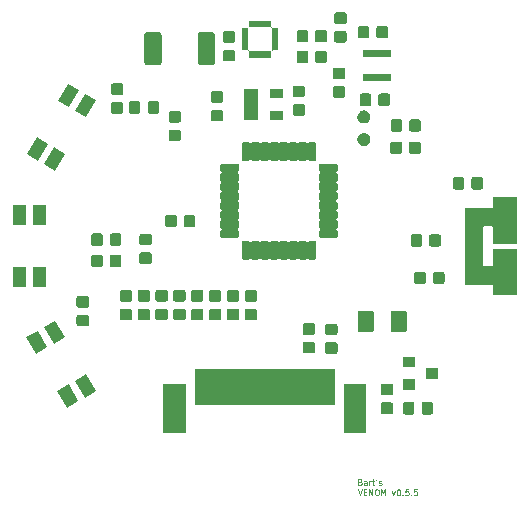
<source format=gbr>
G04 #@! TF.GenerationSoftware,KiCad,Pcbnew,5.1.4-1.fc30*
G04 #@! TF.CreationDate,2020-10-18T16:33:26+02:00*
G04 #@! TF.ProjectId,venom,76656e6f-6d2e-46b6-9963-61645f706362,rev?*
G04 #@! TF.SameCoordinates,Original*
G04 #@! TF.FileFunction,Soldermask,Top*
G04 #@! TF.FilePolarity,Negative*
%FSLAX46Y46*%
G04 Gerber Fmt 4.6, Leading zero omitted, Abs format (unit mm)*
G04 Created by KiCad (PCBNEW 5.1.4-1.fc30) date 2020-10-18 16:33:26*
%MOMM*%
%LPD*%
G04 APERTURE LIST*
%ADD10C,0.125000*%
%ADD11C,0.100000*%
G04 APERTURE END LIST*
D10*
X167580476Y-138716785D02*
X167651904Y-138740595D01*
X167675714Y-138764404D01*
X167699523Y-138812023D01*
X167699523Y-138883452D01*
X167675714Y-138931071D01*
X167651904Y-138954880D01*
X167604285Y-138978690D01*
X167413809Y-138978690D01*
X167413809Y-138478690D01*
X167580476Y-138478690D01*
X167628095Y-138502500D01*
X167651904Y-138526309D01*
X167675714Y-138573928D01*
X167675714Y-138621547D01*
X167651904Y-138669166D01*
X167628095Y-138692976D01*
X167580476Y-138716785D01*
X167413809Y-138716785D01*
X168128095Y-138978690D02*
X168128095Y-138716785D01*
X168104285Y-138669166D01*
X168056666Y-138645357D01*
X167961428Y-138645357D01*
X167913809Y-138669166D01*
X168128095Y-138954880D02*
X168080476Y-138978690D01*
X167961428Y-138978690D01*
X167913809Y-138954880D01*
X167890000Y-138907261D01*
X167890000Y-138859642D01*
X167913809Y-138812023D01*
X167961428Y-138788214D01*
X168080476Y-138788214D01*
X168128095Y-138764404D01*
X168366190Y-138978690D02*
X168366190Y-138645357D01*
X168366190Y-138740595D02*
X168390000Y-138692976D01*
X168413809Y-138669166D01*
X168461428Y-138645357D01*
X168509047Y-138645357D01*
X168604285Y-138645357D02*
X168794761Y-138645357D01*
X168675714Y-138478690D02*
X168675714Y-138907261D01*
X168699523Y-138954880D01*
X168747142Y-138978690D01*
X168794761Y-138978690D01*
X168985238Y-138478690D02*
X168937619Y-138573928D01*
X169175714Y-138954880D02*
X169223333Y-138978690D01*
X169318571Y-138978690D01*
X169366190Y-138954880D01*
X169390000Y-138907261D01*
X169390000Y-138883452D01*
X169366190Y-138835833D01*
X169318571Y-138812023D01*
X169247142Y-138812023D01*
X169199523Y-138788214D01*
X169175714Y-138740595D01*
X169175714Y-138716785D01*
X169199523Y-138669166D01*
X169247142Y-138645357D01*
X169318571Y-138645357D01*
X169366190Y-138669166D01*
X167378095Y-139353690D02*
X167544761Y-139853690D01*
X167711428Y-139353690D01*
X167878095Y-139591785D02*
X168044761Y-139591785D01*
X168116190Y-139853690D02*
X167878095Y-139853690D01*
X167878095Y-139353690D01*
X168116190Y-139353690D01*
X168330476Y-139853690D02*
X168330476Y-139353690D01*
X168616190Y-139853690D01*
X168616190Y-139353690D01*
X168949523Y-139353690D02*
X169044761Y-139353690D01*
X169092380Y-139377500D01*
X169140000Y-139425119D01*
X169163809Y-139520357D01*
X169163809Y-139687023D01*
X169140000Y-139782261D01*
X169092380Y-139829880D01*
X169044761Y-139853690D01*
X168949523Y-139853690D01*
X168901904Y-139829880D01*
X168854285Y-139782261D01*
X168830476Y-139687023D01*
X168830476Y-139520357D01*
X168854285Y-139425119D01*
X168901904Y-139377500D01*
X168949523Y-139353690D01*
X169378095Y-139853690D02*
X169378095Y-139353690D01*
X169544761Y-139710833D01*
X169711428Y-139353690D01*
X169711428Y-139853690D01*
X170282857Y-139520357D02*
X170401904Y-139853690D01*
X170520952Y-139520357D01*
X170806666Y-139353690D02*
X170854285Y-139353690D01*
X170901904Y-139377500D01*
X170925714Y-139401309D01*
X170949523Y-139448928D01*
X170973333Y-139544166D01*
X170973333Y-139663214D01*
X170949523Y-139758452D01*
X170925714Y-139806071D01*
X170901904Y-139829880D01*
X170854285Y-139853690D01*
X170806666Y-139853690D01*
X170759047Y-139829880D01*
X170735238Y-139806071D01*
X170711428Y-139758452D01*
X170687619Y-139663214D01*
X170687619Y-139544166D01*
X170711428Y-139448928D01*
X170735238Y-139401309D01*
X170759047Y-139377500D01*
X170806666Y-139353690D01*
X171187619Y-139806071D02*
X171211428Y-139829880D01*
X171187619Y-139853690D01*
X171163809Y-139829880D01*
X171187619Y-139806071D01*
X171187619Y-139853690D01*
X171663809Y-139353690D02*
X171425714Y-139353690D01*
X171401904Y-139591785D01*
X171425714Y-139567976D01*
X171473333Y-139544166D01*
X171592380Y-139544166D01*
X171640000Y-139567976D01*
X171663809Y-139591785D01*
X171687619Y-139639404D01*
X171687619Y-139758452D01*
X171663809Y-139806071D01*
X171640000Y-139829880D01*
X171592380Y-139853690D01*
X171473333Y-139853690D01*
X171425714Y-139829880D01*
X171401904Y-139806071D01*
X171901904Y-139806071D02*
X171925714Y-139829880D01*
X171901904Y-139853690D01*
X171878095Y-139829880D01*
X171901904Y-139806071D01*
X171901904Y-139853690D01*
X172378095Y-139353690D02*
X172140000Y-139353690D01*
X172116190Y-139591785D01*
X172140000Y-139567976D01*
X172187619Y-139544166D01*
X172306666Y-139544166D01*
X172354285Y-139567976D01*
X172378095Y-139591785D01*
X172401904Y-139639404D01*
X172401904Y-139758452D01*
X172378095Y-139806071D01*
X172354285Y-139829880D01*
X172306666Y-139853690D01*
X172187619Y-139853690D01*
X172140000Y-139829880D01*
X172116190Y-139806071D01*
D11*
G36*
X168111000Y-134561000D02*
G01*
X166209000Y-134561000D01*
X166209000Y-130459000D01*
X168111000Y-130459000D01*
X168111000Y-134561000D01*
X168111000Y-134561000D01*
G37*
G36*
X152811000Y-134561000D02*
G01*
X150909000Y-134561000D01*
X150909000Y-130459000D01*
X152811000Y-130459000D01*
X152811000Y-134561000D01*
X152811000Y-134561000D01*
G37*
G36*
X172034591Y-131978085D02*
G01*
X172068569Y-131988393D01*
X172099890Y-132005134D01*
X172127339Y-132027661D01*
X172149866Y-132055110D01*
X172166607Y-132086431D01*
X172176915Y-132120409D01*
X172181000Y-132161890D01*
X172181000Y-132838110D01*
X172176915Y-132879591D01*
X172166607Y-132913569D01*
X172149866Y-132944890D01*
X172127339Y-132972339D01*
X172099890Y-132994866D01*
X172068569Y-133011607D01*
X172034591Y-133021915D01*
X171993110Y-133026000D01*
X171391890Y-133026000D01*
X171350409Y-133021915D01*
X171316431Y-133011607D01*
X171285110Y-132994866D01*
X171257661Y-132972339D01*
X171235134Y-132944890D01*
X171218393Y-132913569D01*
X171208085Y-132879591D01*
X171204000Y-132838110D01*
X171204000Y-132161890D01*
X171208085Y-132120409D01*
X171218393Y-132086431D01*
X171235134Y-132055110D01*
X171257661Y-132027661D01*
X171285110Y-132005134D01*
X171316431Y-131988393D01*
X171350409Y-131978085D01*
X171391890Y-131974000D01*
X171993110Y-131974000D01*
X172034591Y-131978085D01*
X172034591Y-131978085D01*
G37*
G36*
X173609591Y-131978085D02*
G01*
X173643569Y-131988393D01*
X173674890Y-132005134D01*
X173702339Y-132027661D01*
X173724866Y-132055110D01*
X173741607Y-132086431D01*
X173751915Y-132120409D01*
X173756000Y-132161890D01*
X173756000Y-132838110D01*
X173751915Y-132879591D01*
X173741607Y-132913569D01*
X173724866Y-132944890D01*
X173702339Y-132972339D01*
X173674890Y-132994866D01*
X173643569Y-133011607D01*
X173609591Y-133021915D01*
X173568110Y-133026000D01*
X172966890Y-133026000D01*
X172925409Y-133021915D01*
X172891431Y-133011607D01*
X172860110Y-132994866D01*
X172832661Y-132972339D01*
X172810134Y-132944890D01*
X172793393Y-132913569D01*
X172783085Y-132879591D01*
X172779000Y-132838110D01*
X172779000Y-132161890D01*
X172783085Y-132120409D01*
X172793393Y-132086431D01*
X172810134Y-132055110D01*
X172832661Y-132027661D01*
X172860110Y-132005134D01*
X172891431Y-131988393D01*
X172925409Y-131978085D01*
X172966890Y-131974000D01*
X173568110Y-131974000D01*
X173609591Y-131978085D01*
X173609591Y-131978085D01*
G37*
G36*
X170229591Y-132003085D02*
G01*
X170263569Y-132013393D01*
X170294890Y-132030134D01*
X170322339Y-132052661D01*
X170344866Y-132080110D01*
X170361607Y-132111431D01*
X170371915Y-132145409D01*
X170376000Y-132186890D01*
X170376000Y-132788110D01*
X170371915Y-132829591D01*
X170361607Y-132863569D01*
X170344866Y-132894890D01*
X170322339Y-132922339D01*
X170294890Y-132944866D01*
X170263569Y-132961607D01*
X170229591Y-132971915D01*
X170188110Y-132976000D01*
X169511890Y-132976000D01*
X169470409Y-132971915D01*
X169436431Y-132961607D01*
X169405110Y-132944866D01*
X169377661Y-132922339D01*
X169355134Y-132894890D01*
X169338393Y-132863569D01*
X169328085Y-132829591D01*
X169324000Y-132788110D01*
X169324000Y-132186890D01*
X169328085Y-132145409D01*
X169338393Y-132111431D01*
X169355134Y-132080110D01*
X169377661Y-132052661D01*
X169405110Y-132030134D01*
X169436431Y-132013393D01*
X169470409Y-132003085D01*
X169511890Y-131999000D01*
X170188110Y-131999000D01*
X170229591Y-132003085D01*
X170229591Y-132003085D01*
G37*
G36*
X143726559Y-131898154D02*
G01*
X142772198Y-132449155D01*
X141946197Y-131018480D01*
X142900558Y-130467479D01*
X143726559Y-131898154D01*
X143726559Y-131898154D01*
G37*
G36*
X165461000Y-132261000D02*
G01*
X153559000Y-132261000D01*
X153559000Y-129159000D01*
X165461000Y-129159000D01*
X165461000Y-132261000D01*
X165461000Y-132261000D01*
G37*
G36*
X145198803Y-131048154D02*
G01*
X144244442Y-131599155D01*
X143418441Y-130168480D01*
X144372802Y-129617479D01*
X145198803Y-131048154D01*
X145198803Y-131048154D01*
G37*
G36*
X170229591Y-130428085D02*
G01*
X170263569Y-130438393D01*
X170294890Y-130455134D01*
X170322339Y-130477661D01*
X170344866Y-130505110D01*
X170361607Y-130536431D01*
X170371915Y-130570409D01*
X170376000Y-130611890D01*
X170376000Y-131213110D01*
X170371915Y-131254591D01*
X170361607Y-131288569D01*
X170344866Y-131319890D01*
X170322339Y-131347339D01*
X170294890Y-131369866D01*
X170263569Y-131386607D01*
X170229591Y-131396915D01*
X170188110Y-131401000D01*
X169511890Y-131401000D01*
X169470409Y-131396915D01*
X169436431Y-131386607D01*
X169405110Y-131369866D01*
X169377661Y-131347339D01*
X169355134Y-131319890D01*
X169338393Y-131288569D01*
X169328085Y-131254591D01*
X169324000Y-131213110D01*
X169324000Y-130611890D01*
X169328085Y-130570409D01*
X169338393Y-130536431D01*
X169355134Y-130505110D01*
X169377661Y-130477661D01*
X169405110Y-130455134D01*
X169436431Y-130438393D01*
X169470409Y-130428085D01*
X169511890Y-130424000D01*
X170188110Y-130424000D01*
X170229591Y-130428085D01*
X170229591Y-130428085D01*
G37*
G36*
X172201000Y-130941000D02*
G01*
X171199000Y-130941000D01*
X171199000Y-130039000D01*
X172201000Y-130039000D01*
X172201000Y-130941000D01*
X172201000Y-130941000D01*
G37*
G36*
X174201000Y-129991000D02*
G01*
X173199000Y-129991000D01*
X173199000Y-129089000D01*
X174201000Y-129089000D01*
X174201000Y-129991000D01*
X174201000Y-129991000D01*
G37*
G36*
X172201000Y-129041000D02*
G01*
X171199000Y-129041000D01*
X171199000Y-128139000D01*
X172201000Y-128139000D01*
X172201000Y-129041000D01*
X172201000Y-129041000D01*
G37*
G36*
X141101559Y-127351520D02*
G01*
X140147198Y-127902521D01*
X139321197Y-126471846D01*
X140275558Y-125920845D01*
X141101559Y-127351520D01*
X141101559Y-127351520D01*
G37*
G36*
X165519591Y-126903085D02*
G01*
X165553569Y-126913393D01*
X165584890Y-126930134D01*
X165612339Y-126952661D01*
X165634866Y-126980110D01*
X165651607Y-127011431D01*
X165661915Y-127045409D01*
X165666000Y-127086890D01*
X165666000Y-127688110D01*
X165661915Y-127729591D01*
X165651607Y-127763569D01*
X165634866Y-127794890D01*
X165612339Y-127822339D01*
X165584890Y-127844866D01*
X165553569Y-127861607D01*
X165519591Y-127871915D01*
X165478110Y-127876000D01*
X164801890Y-127876000D01*
X164760409Y-127871915D01*
X164726431Y-127861607D01*
X164695110Y-127844866D01*
X164667661Y-127822339D01*
X164645134Y-127794890D01*
X164628393Y-127763569D01*
X164618085Y-127729591D01*
X164614000Y-127688110D01*
X164614000Y-127086890D01*
X164618085Y-127045409D01*
X164628393Y-127011431D01*
X164645134Y-126980110D01*
X164667661Y-126952661D01*
X164695110Y-126930134D01*
X164726431Y-126913393D01*
X164760409Y-126903085D01*
X164801890Y-126899000D01*
X165478110Y-126899000D01*
X165519591Y-126903085D01*
X165519591Y-126903085D01*
G37*
G36*
X163609591Y-126883085D02*
G01*
X163643569Y-126893393D01*
X163674890Y-126910134D01*
X163702339Y-126932661D01*
X163724866Y-126960110D01*
X163741607Y-126991431D01*
X163751915Y-127025409D01*
X163756000Y-127066890D01*
X163756000Y-127668110D01*
X163751915Y-127709591D01*
X163741607Y-127743569D01*
X163724866Y-127774890D01*
X163702339Y-127802339D01*
X163674890Y-127824866D01*
X163643569Y-127841607D01*
X163609591Y-127851915D01*
X163568110Y-127856000D01*
X162891890Y-127856000D01*
X162850409Y-127851915D01*
X162816431Y-127841607D01*
X162785110Y-127824866D01*
X162757661Y-127802339D01*
X162735134Y-127774890D01*
X162718393Y-127743569D01*
X162708085Y-127709591D01*
X162704000Y-127668110D01*
X162704000Y-127066890D01*
X162708085Y-127025409D01*
X162718393Y-126991431D01*
X162735134Y-126960110D01*
X162757661Y-126932661D01*
X162785110Y-126910134D01*
X162816431Y-126893393D01*
X162850409Y-126883085D01*
X162891890Y-126879000D01*
X163568110Y-126879000D01*
X163609591Y-126883085D01*
X163609591Y-126883085D01*
G37*
G36*
X142573803Y-126501520D02*
G01*
X141619442Y-127052521D01*
X140793441Y-125621846D01*
X141747802Y-125070845D01*
X142573803Y-126501520D01*
X142573803Y-126501520D01*
G37*
G36*
X165519591Y-125328085D02*
G01*
X165553569Y-125338393D01*
X165584890Y-125355134D01*
X165612339Y-125377661D01*
X165634866Y-125405110D01*
X165651607Y-125436431D01*
X165661915Y-125470409D01*
X165666000Y-125511890D01*
X165666000Y-126113110D01*
X165661915Y-126154591D01*
X165651607Y-126188569D01*
X165634866Y-126219890D01*
X165612339Y-126247339D01*
X165584890Y-126269866D01*
X165553569Y-126286607D01*
X165519591Y-126296915D01*
X165478110Y-126301000D01*
X164801890Y-126301000D01*
X164760409Y-126296915D01*
X164726431Y-126286607D01*
X164695110Y-126269866D01*
X164667661Y-126247339D01*
X164645134Y-126219890D01*
X164628393Y-126188569D01*
X164618085Y-126154591D01*
X164614000Y-126113110D01*
X164614000Y-125511890D01*
X164618085Y-125470409D01*
X164628393Y-125436431D01*
X164645134Y-125405110D01*
X164667661Y-125377661D01*
X164695110Y-125355134D01*
X164726431Y-125338393D01*
X164760409Y-125328085D01*
X164801890Y-125324000D01*
X165478110Y-125324000D01*
X165519591Y-125328085D01*
X165519591Y-125328085D01*
G37*
G36*
X163609591Y-125308085D02*
G01*
X163643569Y-125318393D01*
X163674890Y-125335134D01*
X163702339Y-125357661D01*
X163724866Y-125385110D01*
X163741607Y-125416431D01*
X163751915Y-125450409D01*
X163756000Y-125491890D01*
X163756000Y-126093110D01*
X163751915Y-126134591D01*
X163741607Y-126168569D01*
X163724866Y-126199890D01*
X163702339Y-126227339D01*
X163674890Y-126249866D01*
X163643569Y-126266607D01*
X163609591Y-126276915D01*
X163568110Y-126281000D01*
X162891890Y-126281000D01*
X162850409Y-126276915D01*
X162816431Y-126266607D01*
X162785110Y-126249866D01*
X162757661Y-126227339D01*
X162735134Y-126199890D01*
X162718393Y-126168569D01*
X162708085Y-126134591D01*
X162704000Y-126093110D01*
X162704000Y-125491890D01*
X162708085Y-125450409D01*
X162718393Y-125416431D01*
X162735134Y-125385110D01*
X162757661Y-125357661D01*
X162785110Y-125335134D01*
X162816431Y-125318393D01*
X162850409Y-125308085D01*
X162891890Y-125304000D01*
X163568110Y-125304000D01*
X163609591Y-125308085D01*
X163609591Y-125308085D01*
G37*
G36*
X171368604Y-124228347D02*
G01*
X171405144Y-124239432D01*
X171438821Y-124257433D01*
X171468341Y-124281659D01*
X171492567Y-124311179D01*
X171510568Y-124344856D01*
X171521653Y-124381396D01*
X171526000Y-124425538D01*
X171526000Y-125874462D01*
X171521653Y-125918604D01*
X171510568Y-125955144D01*
X171492567Y-125988821D01*
X171468341Y-126018341D01*
X171438821Y-126042567D01*
X171405144Y-126060568D01*
X171368604Y-126071653D01*
X171324462Y-126076000D01*
X170375538Y-126076000D01*
X170331396Y-126071653D01*
X170294856Y-126060568D01*
X170261179Y-126042567D01*
X170231659Y-126018341D01*
X170207433Y-125988821D01*
X170189432Y-125955144D01*
X170178347Y-125918604D01*
X170174000Y-125874462D01*
X170174000Y-124425538D01*
X170178347Y-124381396D01*
X170189432Y-124344856D01*
X170207433Y-124311179D01*
X170231659Y-124281659D01*
X170261179Y-124257433D01*
X170294856Y-124239432D01*
X170331396Y-124228347D01*
X170375538Y-124224000D01*
X171324462Y-124224000D01*
X171368604Y-124228347D01*
X171368604Y-124228347D01*
G37*
G36*
X168568604Y-124228347D02*
G01*
X168605144Y-124239432D01*
X168638821Y-124257433D01*
X168668341Y-124281659D01*
X168692567Y-124311179D01*
X168710568Y-124344856D01*
X168721653Y-124381396D01*
X168726000Y-124425538D01*
X168726000Y-125874462D01*
X168721653Y-125918604D01*
X168710568Y-125955144D01*
X168692567Y-125988821D01*
X168668341Y-126018341D01*
X168638821Y-126042567D01*
X168605144Y-126060568D01*
X168568604Y-126071653D01*
X168524462Y-126076000D01*
X167575538Y-126076000D01*
X167531396Y-126071653D01*
X167494856Y-126060568D01*
X167461179Y-126042567D01*
X167431659Y-126018341D01*
X167407433Y-125988821D01*
X167389432Y-125955144D01*
X167378347Y-125918604D01*
X167374000Y-125874462D01*
X167374000Y-124425538D01*
X167378347Y-124381396D01*
X167389432Y-124344856D01*
X167407433Y-124311179D01*
X167431659Y-124281659D01*
X167461179Y-124257433D01*
X167494856Y-124239432D01*
X167531396Y-124228347D01*
X167575538Y-124224000D01*
X168524462Y-124224000D01*
X168568604Y-124228347D01*
X168568604Y-124228347D01*
G37*
G36*
X144469591Y-124573085D02*
G01*
X144503569Y-124583393D01*
X144534890Y-124600134D01*
X144562339Y-124622661D01*
X144584866Y-124650110D01*
X144601607Y-124681431D01*
X144611915Y-124715409D01*
X144616000Y-124756890D01*
X144616000Y-125358110D01*
X144611915Y-125399591D01*
X144601607Y-125433569D01*
X144584866Y-125464890D01*
X144562339Y-125492339D01*
X144534890Y-125514866D01*
X144503569Y-125531607D01*
X144469591Y-125541915D01*
X144428110Y-125546000D01*
X143751890Y-125546000D01*
X143710409Y-125541915D01*
X143676431Y-125531607D01*
X143645110Y-125514866D01*
X143617661Y-125492339D01*
X143595134Y-125464890D01*
X143578393Y-125433569D01*
X143568085Y-125399591D01*
X143564000Y-125358110D01*
X143564000Y-124756890D01*
X143568085Y-124715409D01*
X143578393Y-124681431D01*
X143595134Y-124650110D01*
X143617661Y-124622661D01*
X143645110Y-124600134D01*
X143676431Y-124583393D01*
X143710409Y-124573085D01*
X143751890Y-124569000D01*
X144428110Y-124569000D01*
X144469591Y-124573085D01*
X144469591Y-124573085D01*
G37*
G36*
X158699591Y-124083085D02*
G01*
X158733569Y-124093393D01*
X158764890Y-124110134D01*
X158792339Y-124132661D01*
X158814866Y-124160110D01*
X158831607Y-124191431D01*
X158841915Y-124225409D01*
X158846000Y-124266890D01*
X158846000Y-124868110D01*
X158841915Y-124909591D01*
X158831607Y-124943569D01*
X158814866Y-124974890D01*
X158792339Y-125002339D01*
X158764890Y-125024866D01*
X158733569Y-125041607D01*
X158699591Y-125051915D01*
X158658110Y-125056000D01*
X157981890Y-125056000D01*
X157940409Y-125051915D01*
X157906431Y-125041607D01*
X157875110Y-125024866D01*
X157847661Y-125002339D01*
X157825134Y-124974890D01*
X157808393Y-124943569D01*
X157798085Y-124909591D01*
X157794000Y-124868110D01*
X157794000Y-124266890D01*
X157798085Y-124225409D01*
X157808393Y-124191431D01*
X157825134Y-124160110D01*
X157847661Y-124132661D01*
X157875110Y-124110134D01*
X157906431Y-124093393D01*
X157940409Y-124083085D01*
X157981890Y-124079000D01*
X158658110Y-124079000D01*
X158699591Y-124083085D01*
X158699591Y-124083085D01*
G37*
G36*
X157189591Y-124083085D02*
G01*
X157223569Y-124093393D01*
X157254890Y-124110134D01*
X157282339Y-124132661D01*
X157304866Y-124160110D01*
X157321607Y-124191431D01*
X157331915Y-124225409D01*
X157336000Y-124266890D01*
X157336000Y-124868110D01*
X157331915Y-124909591D01*
X157321607Y-124943569D01*
X157304866Y-124974890D01*
X157282339Y-125002339D01*
X157254890Y-125024866D01*
X157223569Y-125041607D01*
X157189591Y-125051915D01*
X157148110Y-125056000D01*
X156471890Y-125056000D01*
X156430409Y-125051915D01*
X156396431Y-125041607D01*
X156365110Y-125024866D01*
X156337661Y-125002339D01*
X156315134Y-124974890D01*
X156298393Y-124943569D01*
X156288085Y-124909591D01*
X156284000Y-124868110D01*
X156284000Y-124266890D01*
X156288085Y-124225409D01*
X156298393Y-124191431D01*
X156315134Y-124160110D01*
X156337661Y-124132661D01*
X156365110Y-124110134D01*
X156396431Y-124093393D01*
X156430409Y-124083085D01*
X156471890Y-124079000D01*
X157148110Y-124079000D01*
X157189591Y-124083085D01*
X157189591Y-124083085D01*
G37*
G36*
X155679591Y-124083085D02*
G01*
X155713569Y-124093393D01*
X155744890Y-124110134D01*
X155772339Y-124132661D01*
X155794866Y-124160110D01*
X155811607Y-124191431D01*
X155821915Y-124225409D01*
X155826000Y-124266890D01*
X155826000Y-124868110D01*
X155821915Y-124909591D01*
X155811607Y-124943569D01*
X155794866Y-124974890D01*
X155772339Y-125002339D01*
X155744890Y-125024866D01*
X155713569Y-125041607D01*
X155679591Y-125051915D01*
X155638110Y-125056000D01*
X154961890Y-125056000D01*
X154920409Y-125051915D01*
X154886431Y-125041607D01*
X154855110Y-125024866D01*
X154827661Y-125002339D01*
X154805134Y-124974890D01*
X154788393Y-124943569D01*
X154778085Y-124909591D01*
X154774000Y-124868110D01*
X154774000Y-124266890D01*
X154778085Y-124225409D01*
X154788393Y-124191431D01*
X154805134Y-124160110D01*
X154827661Y-124132661D01*
X154855110Y-124110134D01*
X154886431Y-124093393D01*
X154920409Y-124083085D01*
X154961890Y-124079000D01*
X155638110Y-124079000D01*
X155679591Y-124083085D01*
X155679591Y-124083085D01*
G37*
G36*
X154169591Y-124073085D02*
G01*
X154203569Y-124083393D01*
X154234890Y-124100134D01*
X154262339Y-124122661D01*
X154284866Y-124150110D01*
X154301607Y-124181431D01*
X154311915Y-124215409D01*
X154316000Y-124256890D01*
X154316000Y-124858110D01*
X154311915Y-124899591D01*
X154301607Y-124933569D01*
X154284866Y-124964890D01*
X154262339Y-124992339D01*
X154234890Y-125014866D01*
X154203569Y-125031607D01*
X154169591Y-125041915D01*
X154128110Y-125046000D01*
X153451890Y-125046000D01*
X153410409Y-125041915D01*
X153376431Y-125031607D01*
X153345110Y-125014866D01*
X153317661Y-124992339D01*
X153295134Y-124964890D01*
X153278393Y-124933569D01*
X153268085Y-124899591D01*
X153264000Y-124858110D01*
X153264000Y-124256890D01*
X153268085Y-124215409D01*
X153278393Y-124181431D01*
X153295134Y-124150110D01*
X153317661Y-124122661D01*
X153345110Y-124100134D01*
X153376431Y-124083393D01*
X153410409Y-124073085D01*
X153451890Y-124069000D01*
X154128110Y-124069000D01*
X154169591Y-124073085D01*
X154169591Y-124073085D01*
G37*
G36*
X148129591Y-124073085D02*
G01*
X148163569Y-124083393D01*
X148194890Y-124100134D01*
X148222339Y-124122661D01*
X148244866Y-124150110D01*
X148261607Y-124181431D01*
X148271915Y-124215409D01*
X148276000Y-124256890D01*
X148276000Y-124858110D01*
X148271915Y-124899591D01*
X148261607Y-124933569D01*
X148244866Y-124964890D01*
X148222339Y-124992339D01*
X148194890Y-125014866D01*
X148163569Y-125031607D01*
X148129591Y-125041915D01*
X148088110Y-125046000D01*
X147411890Y-125046000D01*
X147370409Y-125041915D01*
X147336431Y-125031607D01*
X147305110Y-125014866D01*
X147277661Y-124992339D01*
X147255134Y-124964890D01*
X147238393Y-124933569D01*
X147228085Y-124899591D01*
X147224000Y-124858110D01*
X147224000Y-124256890D01*
X147228085Y-124215409D01*
X147238393Y-124181431D01*
X147255134Y-124150110D01*
X147277661Y-124122661D01*
X147305110Y-124100134D01*
X147336431Y-124083393D01*
X147370409Y-124073085D01*
X147411890Y-124069000D01*
X148088110Y-124069000D01*
X148129591Y-124073085D01*
X148129591Y-124073085D01*
G37*
G36*
X149639591Y-124073085D02*
G01*
X149673569Y-124083393D01*
X149704890Y-124100134D01*
X149732339Y-124122661D01*
X149754866Y-124150110D01*
X149771607Y-124181431D01*
X149781915Y-124215409D01*
X149786000Y-124256890D01*
X149786000Y-124858110D01*
X149781915Y-124899591D01*
X149771607Y-124933569D01*
X149754866Y-124964890D01*
X149732339Y-124992339D01*
X149704890Y-125014866D01*
X149673569Y-125031607D01*
X149639591Y-125041915D01*
X149598110Y-125046000D01*
X148921890Y-125046000D01*
X148880409Y-125041915D01*
X148846431Y-125031607D01*
X148815110Y-125014866D01*
X148787661Y-124992339D01*
X148765134Y-124964890D01*
X148748393Y-124933569D01*
X148738085Y-124899591D01*
X148734000Y-124858110D01*
X148734000Y-124256890D01*
X148738085Y-124215409D01*
X148748393Y-124181431D01*
X148765134Y-124150110D01*
X148787661Y-124122661D01*
X148815110Y-124100134D01*
X148846431Y-124083393D01*
X148880409Y-124073085D01*
X148921890Y-124069000D01*
X149598110Y-124069000D01*
X149639591Y-124073085D01*
X149639591Y-124073085D01*
G37*
G36*
X152659591Y-124073085D02*
G01*
X152693569Y-124083393D01*
X152724890Y-124100134D01*
X152752339Y-124122661D01*
X152774866Y-124150110D01*
X152791607Y-124181431D01*
X152801915Y-124215409D01*
X152806000Y-124256890D01*
X152806000Y-124858110D01*
X152801915Y-124899591D01*
X152791607Y-124933569D01*
X152774866Y-124964890D01*
X152752339Y-124992339D01*
X152724890Y-125014866D01*
X152693569Y-125031607D01*
X152659591Y-125041915D01*
X152618110Y-125046000D01*
X151941890Y-125046000D01*
X151900409Y-125041915D01*
X151866431Y-125031607D01*
X151835110Y-125014866D01*
X151807661Y-124992339D01*
X151785134Y-124964890D01*
X151768393Y-124933569D01*
X151758085Y-124899591D01*
X151754000Y-124858110D01*
X151754000Y-124256890D01*
X151758085Y-124215409D01*
X151768393Y-124181431D01*
X151785134Y-124150110D01*
X151807661Y-124122661D01*
X151835110Y-124100134D01*
X151866431Y-124083393D01*
X151900409Y-124073085D01*
X151941890Y-124069000D01*
X152618110Y-124069000D01*
X152659591Y-124073085D01*
X152659591Y-124073085D01*
G37*
G36*
X151149591Y-124073085D02*
G01*
X151183569Y-124083393D01*
X151214890Y-124100134D01*
X151242339Y-124122661D01*
X151264866Y-124150110D01*
X151281607Y-124181431D01*
X151291915Y-124215409D01*
X151296000Y-124256890D01*
X151296000Y-124858110D01*
X151291915Y-124899591D01*
X151281607Y-124933569D01*
X151264866Y-124964890D01*
X151242339Y-124992339D01*
X151214890Y-125014866D01*
X151183569Y-125031607D01*
X151149591Y-125041915D01*
X151108110Y-125046000D01*
X150431890Y-125046000D01*
X150390409Y-125041915D01*
X150356431Y-125031607D01*
X150325110Y-125014866D01*
X150297661Y-124992339D01*
X150275134Y-124964890D01*
X150258393Y-124933569D01*
X150248085Y-124899591D01*
X150244000Y-124858110D01*
X150244000Y-124256890D01*
X150248085Y-124215409D01*
X150258393Y-124181431D01*
X150275134Y-124150110D01*
X150297661Y-124122661D01*
X150325110Y-124100134D01*
X150356431Y-124083393D01*
X150390409Y-124073085D01*
X150431890Y-124069000D01*
X151108110Y-124069000D01*
X151149591Y-124073085D01*
X151149591Y-124073085D01*
G37*
G36*
X144469591Y-122998085D02*
G01*
X144503569Y-123008393D01*
X144534890Y-123025134D01*
X144562339Y-123047661D01*
X144584866Y-123075110D01*
X144601607Y-123106431D01*
X144611915Y-123140409D01*
X144616000Y-123181890D01*
X144616000Y-123783110D01*
X144611915Y-123824591D01*
X144601607Y-123858569D01*
X144584866Y-123889890D01*
X144562339Y-123917339D01*
X144534890Y-123939866D01*
X144503569Y-123956607D01*
X144469591Y-123966915D01*
X144428110Y-123971000D01*
X143751890Y-123971000D01*
X143710409Y-123966915D01*
X143676431Y-123956607D01*
X143645110Y-123939866D01*
X143617661Y-123917339D01*
X143595134Y-123889890D01*
X143578393Y-123858569D01*
X143568085Y-123824591D01*
X143564000Y-123783110D01*
X143564000Y-123181890D01*
X143568085Y-123140409D01*
X143578393Y-123106431D01*
X143595134Y-123075110D01*
X143617661Y-123047661D01*
X143645110Y-123025134D01*
X143676431Y-123008393D01*
X143710409Y-122998085D01*
X143751890Y-122994000D01*
X144428110Y-122994000D01*
X144469591Y-122998085D01*
X144469591Y-122998085D01*
G37*
G36*
X158699591Y-122508085D02*
G01*
X158733569Y-122518393D01*
X158764890Y-122535134D01*
X158792339Y-122557661D01*
X158814866Y-122585110D01*
X158831607Y-122616431D01*
X158841915Y-122650409D01*
X158846000Y-122691890D01*
X158846000Y-123293110D01*
X158841915Y-123334591D01*
X158831607Y-123368569D01*
X158814866Y-123399890D01*
X158792339Y-123427339D01*
X158764890Y-123449866D01*
X158733569Y-123466607D01*
X158699591Y-123476915D01*
X158658110Y-123481000D01*
X157981890Y-123481000D01*
X157940409Y-123476915D01*
X157906431Y-123466607D01*
X157875110Y-123449866D01*
X157847661Y-123427339D01*
X157825134Y-123399890D01*
X157808393Y-123368569D01*
X157798085Y-123334591D01*
X157794000Y-123293110D01*
X157794000Y-122691890D01*
X157798085Y-122650409D01*
X157808393Y-122616431D01*
X157825134Y-122585110D01*
X157847661Y-122557661D01*
X157875110Y-122535134D01*
X157906431Y-122518393D01*
X157940409Y-122508085D01*
X157981890Y-122504000D01*
X158658110Y-122504000D01*
X158699591Y-122508085D01*
X158699591Y-122508085D01*
G37*
G36*
X155679591Y-122508085D02*
G01*
X155713569Y-122518393D01*
X155744890Y-122535134D01*
X155772339Y-122557661D01*
X155794866Y-122585110D01*
X155811607Y-122616431D01*
X155821915Y-122650409D01*
X155826000Y-122691890D01*
X155826000Y-123293110D01*
X155821915Y-123334591D01*
X155811607Y-123368569D01*
X155794866Y-123399890D01*
X155772339Y-123427339D01*
X155744890Y-123449866D01*
X155713569Y-123466607D01*
X155679591Y-123476915D01*
X155638110Y-123481000D01*
X154961890Y-123481000D01*
X154920409Y-123476915D01*
X154886431Y-123466607D01*
X154855110Y-123449866D01*
X154827661Y-123427339D01*
X154805134Y-123399890D01*
X154788393Y-123368569D01*
X154778085Y-123334591D01*
X154774000Y-123293110D01*
X154774000Y-122691890D01*
X154778085Y-122650409D01*
X154788393Y-122616431D01*
X154805134Y-122585110D01*
X154827661Y-122557661D01*
X154855110Y-122535134D01*
X154886431Y-122518393D01*
X154920409Y-122508085D01*
X154961890Y-122504000D01*
X155638110Y-122504000D01*
X155679591Y-122508085D01*
X155679591Y-122508085D01*
G37*
G36*
X157189591Y-122508085D02*
G01*
X157223569Y-122518393D01*
X157254890Y-122535134D01*
X157282339Y-122557661D01*
X157304866Y-122585110D01*
X157321607Y-122616431D01*
X157331915Y-122650409D01*
X157336000Y-122691890D01*
X157336000Y-123293110D01*
X157331915Y-123334591D01*
X157321607Y-123368569D01*
X157304866Y-123399890D01*
X157282339Y-123427339D01*
X157254890Y-123449866D01*
X157223569Y-123466607D01*
X157189591Y-123476915D01*
X157148110Y-123481000D01*
X156471890Y-123481000D01*
X156430409Y-123476915D01*
X156396431Y-123466607D01*
X156365110Y-123449866D01*
X156337661Y-123427339D01*
X156315134Y-123399890D01*
X156298393Y-123368569D01*
X156288085Y-123334591D01*
X156284000Y-123293110D01*
X156284000Y-122691890D01*
X156288085Y-122650409D01*
X156298393Y-122616431D01*
X156315134Y-122585110D01*
X156337661Y-122557661D01*
X156365110Y-122535134D01*
X156396431Y-122518393D01*
X156430409Y-122508085D01*
X156471890Y-122504000D01*
X157148110Y-122504000D01*
X157189591Y-122508085D01*
X157189591Y-122508085D01*
G37*
G36*
X152659591Y-122498085D02*
G01*
X152693569Y-122508393D01*
X152724890Y-122525134D01*
X152752339Y-122547661D01*
X152774866Y-122575110D01*
X152791607Y-122606431D01*
X152801915Y-122640409D01*
X152806000Y-122681890D01*
X152806000Y-123283110D01*
X152801915Y-123324591D01*
X152791607Y-123358569D01*
X152774866Y-123389890D01*
X152752339Y-123417339D01*
X152724890Y-123439866D01*
X152693569Y-123456607D01*
X152659591Y-123466915D01*
X152618110Y-123471000D01*
X151941890Y-123471000D01*
X151900409Y-123466915D01*
X151866431Y-123456607D01*
X151835110Y-123439866D01*
X151807661Y-123417339D01*
X151785134Y-123389890D01*
X151768393Y-123358569D01*
X151758085Y-123324591D01*
X151754000Y-123283110D01*
X151754000Y-122681890D01*
X151758085Y-122640409D01*
X151768393Y-122606431D01*
X151785134Y-122575110D01*
X151807661Y-122547661D01*
X151835110Y-122525134D01*
X151866431Y-122508393D01*
X151900409Y-122498085D01*
X151941890Y-122494000D01*
X152618110Y-122494000D01*
X152659591Y-122498085D01*
X152659591Y-122498085D01*
G37*
G36*
X149639591Y-122498085D02*
G01*
X149673569Y-122508393D01*
X149704890Y-122525134D01*
X149732339Y-122547661D01*
X149754866Y-122575110D01*
X149771607Y-122606431D01*
X149781915Y-122640409D01*
X149786000Y-122681890D01*
X149786000Y-123283110D01*
X149781915Y-123324591D01*
X149771607Y-123358569D01*
X149754866Y-123389890D01*
X149732339Y-123417339D01*
X149704890Y-123439866D01*
X149673569Y-123456607D01*
X149639591Y-123466915D01*
X149598110Y-123471000D01*
X148921890Y-123471000D01*
X148880409Y-123466915D01*
X148846431Y-123456607D01*
X148815110Y-123439866D01*
X148787661Y-123417339D01*
X148765134Y-123389890D01*
X148748393Y-123358569D01*
X148738085Y-123324591D01*
X148734000Y-123283110D01*
X148734000Y-122681890D01*
X148738085Y-122640409D01*
X148748393Y-122606431D01*
X148765134Y-122575110D01*
X148787661Y-122547661D01*
X148815110Y-122525134D01*
X148846431Y-122508393D01*
X148880409Y-122498085D01*
X148921890Y-122494000D01*
X149598110Y-122494000D01*
X149639591Y-122498085D01*
X149639591Y-122498085D01*
G37*
G36*
X151149591Y-122498085D02*
G01*
X151183569Y-122508393D01*
X151214890Y-122525134D01*
X151242339Y-122547661D01*
X151264866Y-122575110D01*
X151281607Y-122606431D01*
X151291915Y-122640409D01*
X151296000Y-122681890D01*
X151296000Y-123283110D01*
X151291915Y-123324591D01*
X151281607Y-123358569D01*
X151264866Y-123389890D01*
X151242339Y-123417339D01*
X151214890Y-123439866D01*
X151183569Y-123456607D01*
X151149591Y-123466915D01*
X151108110Y-123471000D01*
X150431890Y-123471000D01*
X150390409Y-123466915D01*
X150356431Y-123456607D01*
X150325110Y-123439866D01*
X150297661Y-123417339D01*
X150275134Y-123389890D01*
X150258393Y-123358569D01*
X150248085Y-123324591D01*
X150244000Y-123283110D01*
X150244000Y-122681890D01*
X150248085Y-122640409D01*
X150258393Y-122606431D01*
X150275134Y-122575110D01*
X150297661Y-122547661D01*
X150325110Y-122525134D01*
X150356431Y-122508393D01*
X150390409Y-122498085D01*
X150431890Y-122494000D01*
X151108110Y-122494000D01*
X151149591Y-122498085D01*
X151149591Y-122498085D01*
G37*
G36*
X154169591Y-122498085D02*
G01*
X154203569Y-122508393D01*
X154234890Y-122525134D01*
X154262339Y-122547661D01*
X154284866Y-122575110D01*
X154301607Y-122606431D01*
X154311915Y-122640409D01*
X154316000Y-122681890D01*
X154316000Y-123283110D01*
X154311915Y-123324591D01*
X154301607Y-123358569D01*
X154284866Y-123389890D01*
X154262339Y-123417339D01*
X154234890Y-123439866D01*
X154203569Y-123456607D01*
X154169591Y-123466915D01*
X154128110Y-123471000D01*
X153451890Y-123471000D01*
X153410409Y-123466915D01*
X153376431Y-123456607D01*
X153345110Y-123439866D01*
X153317661Y-123417339D01*
X153295134Y-123389890D01*
X153278393Y-123358569D01*
X153268085Y-123324591D01*
X153264000Y-123283110D01*
X153264000Y-122681890D01*
X153268085Y-122640409D01*
X153278393Y-122606431D01*
X153295134Y-122575110D01*
X153317661Y-122547661D01*
X153345110Y-122525134D01*
X153376431Y-122508393D01*
X153410409Y-122498085D01*
X153451890Y-122494000D01*
X154128110Y-122494000D01*
X154169591Y-122498085D01*
X154169591Y-122498085D01*
G37*
G36*
X148129591Y-122498085D02*
G01*
X148163569Y-122508393D01*
X148194890Y-122525134D01*
X148222339Y-122547661D01*
X148244866Y-122575110D01*
X148261607Y-122606431D01*
X148271915Y-122640409D01*
X148276000Y-122681890D01*
X148276000Y-123283110D01*
X148271915Y-123324591D01*
X148261607Y-123358569D01*
X148244866Y-123389890D01*
X148222339Y-123417339D01*
X148194890Y-123439866D01*
X148163569Y-123456607D01*
X148129591Y-123466915D01*
X148088110Y-123471000D01*
X147411890Y-123471000D01*
X147370409Y-123466915D01*
X147336431Y-123456607D01*
X147305110Y-123439866D01*
X147277661Y-123417339D01*
X147255134Y-123389890D01*
X147238393Y-123358569D01*
X147228085Y-123324591D01*
X147224000Y-123283110D01*
X147224000Y-122681890D01*
X147228085Y-122640409D01*
X147238393Y-122606431D01*
X147255134Y-122575110D01*
X147277661Y-122547661D01*
X147305110Y-122525134D01*
X147336431Y-122508393D01*
X147370409Y-122498085D01*
X147411890Y-122494000D01*
X148088110Y-122494000D01*
X148129591Y-122498085D01*
X148129591Y-122498085D01*
G37*
G36*
X180871000Y-118578500D02*
G01*
X178869000Y-118578500D01*
X178869000Y-117230999D01*
X178866598Y-117206613D01*
X178859485Y-117183164D01*
X178847934Y-117161553D01*
X178832389Y-117142611D01*
X178813447Y-117127066D01*
X178791836Y-117115515D01*
X178768387Y-117108402D01*
X178744001Y-117106000D01*
X178075999Y-117106000D01*
X178051613Y-117108402D01*
X178028164Y-117115515D01*
X178006553Y-117127066D01*
X177987611Y-117142611D01*
X177972066Y-117161553D01*
X177960515Y-117183164D01*
X177953402Y-117206613D01*
X177951000Y-117230999D01*
X177951000Y-120329001D01*
X177953402Y-120353387D01*
X177960515Y-120376836D01*
X177972066Y-120398447D01*
X177987611Y-120417389D01*
X178006553Y-120432934D01*
X178028164Y-120444485D01*
X178051613Y-120451598D01*
X178075999Y-120454000D01*
X178744001Y-120454000D01*
X178768387Y-120451598D01*
X178791836Y-120444485D01*
X178813447Y-120432934D01*
X178832389Y-120417389D01*
X178847934Y-120398447D01*
X178859485Y-120376836D01*
X178866598Y-120353387D01*
X178869000Y-120329001D01*
X178869000Y-118981500D01*
X180871000Y-118981500D01*
X180871000Y-122928500D01*
X178869000Y-122928500D01*
X178869000Y-122155999D01*
X178866598Y-122131613D01*
X178859485Y-122108164D01*
X178847934Y-122086553D01*
X178832389Y-122067611D01*
X178813447Y-122052066D01*
X178791836Y-122040515D01*
X178768387Y-122033402D01*
X178744001Y-122031000D01*
X176469000Y-122031000D01*
X176469000Y-115529000D01*
X178744001Y-115529000D01*
X178768387Y-115526598D01*
X178791836Y-115519485D01*
X178813447Y-115507934D01*
X178832389Y-115492389D01*
X178847934Y-115473447D01*
X178859485Y-115451836D01*
X178866598Y-115428387D01*
X178869000Y-115404001D01*
X178869000Y-114631500D01*
X180871000Y-114631500D01*
X180871000Y-118578500D01*
X180871000Y-118578500D01*
G37*
G36*
X139311000Y-122231000D02*
G01*
X138209000Y-122231000D01*
X138209000Y-120579000D01*
X139311000Y-120579000D01*
X139311000Y-122231000D01*
X139311000Y-122231000D01*
G37*
G36*
X141011000Y-122231000D02*
G01*
X139909000Y-122231000D01*
X139909000Y-120579000D01*
X141011000Y-120579000D01*
X141011000Y-122231000D01*
X141011000Y-122231000D01*
G37*
G36*
X173004591Y-120928085D02*
G01*
X173038569Y-120938393D01*
X173069890Y-120955134D01*
X173097339Y-120977661D01*
X173119866Y-121005110D01*
X173136607Y-121036431D01*
X173146915Y-121070409D01*
X173151000Y-121111890D01*
X173151000Y-121788110D01*
X173146915Y-121829591D01*
X173136607Y-121863569D01*
X173119866Y-121894890D01*
X173097339Y-121922339D01*
X173069890Y-121944866D01*
X173038569Y-121961607D01*
X173004591Y-121971915D01*
X172963110Y-121976000D01*
X172361890Y-121976000D01*
X172320409Y-121971915D01*
X172286431Y-121961607D01*
X172255110Y-121944866D01*
X172227661Y-121922339D01*
X172205134Y-121894890D01*
X172188393Y-121863569D01*
X172178085Y-121829591D01*
X172174000Y-121788110D01*
X172174000Y-121111890D01*
X172178085Y-121070409D01*
X172188393Y-121036431D01*
X172205134Y-121005110D01*
X172227661Y-120977661D01*
X172255110Y-120955134D01*
X172286431Y-120938393D01*
X172320409Y-120928085D01*
X172361890Y-120924000D01*
X172963110Y-120924000D01*
X173004591Y-120928085D01*
X173004591Y-120928085D01*
G37*
G36*
X174579591Y-120928085D02*
G01*
X174613569Y-120938393D01*
X174644890Y-120955134D01*
X174672339Y-120977661D01*
X174694866Y-121005110D01*
X174711607Y-121036431D01*
X174721915Y-121070409D01*
X174726000Y-121111890D01*
X174726000Y-121788110D01*
X174721915Y-121829591D01*
X174711607Y-121863569D01*
X174694866Y-121894890D01*
X174672339Y-121922339D01*
X174644890Y-121944866D01*
X174613569Y-121961607D01*
X174579591Y-121971915D01*
X174538110Y-121976000D01*
X173936890Y-121976000D01*
X173895409Y-121971915D01*
X173861431Y-121961607D01*
X173830110Y-121944866D01*
X173802661Y-121922339D01*
X173780134Y-121894890D01*
X173763393Y-121863569D01*
X173753085Y-121829591D01*
X173749000Y-121788110D01*
X173749000Y-121111890D01*
X173753085Y-121070409D01*
X173763393Y-121036431D01*
X173780134Y-121005110D01*
X173802661Y-120977661D01*
X173830110Y-120955134D01*
X173861431Y-120938393D01*
X173895409Y-120928085D01*
X173936890Y-120924000D01*
X174538110Y-120924000D01*
X174579591Y-120928085D01*
X174579591Y-120928085D01*
G37*
G36*
X145644591Y-119508085D02*
G01*
X145678569Y-119518393D01*
X145709890Y-119535134D01*
X145737339Y-119557661D01*
X145759866Y-119585110D01*
X145776607Y-119616431D01*
X145786915Y-119650409D01*
X145791000Y-119691890D01*
X145791000Y-120368110D01*
X145786915Y-120409591D01*
X145776607Y-120443569D01*
X145759866Y-120474890D01*
X145737339Y-120502339D01*
X145709890Y-120524866D01*
X145678569Y-120541607D01*
X145644591Y-120551915D01*
X145603110Y-120556000D01*
X145001890Y-120556000D01*
X144960409Y-120551915D01*
X144926431Y-120541607D01*
X144895110Y-120524866D01*
X144867661Y-120502339D01*
X144845134Y-120474890D01*
X144828393Y-120443569D01*
X144818085Y-120409591D01*
X144814000Y-120368110D01*
X144814000Y-119691890D01*
X144818085Y-119650409D01*
X144828393Y-119616431D01*
X144845134Y-119585110D01*
X144867661Y-119557661D01*
X144895110Y-119535134D01*
X144926431Y-119518393D01*
X144960409Y-119508085D01*
X145001890Y-119504000D01*
X145603110Y-119504000D01*
X145644591Y-119508085D01*
X145644591Y-119508085D01*
G37*
G36*
X147219591Y-119508085D02*
G01*
X147253569Y-119518393D01*
X147284890Y-119535134D01*
X147312339Y-119557661D01*
X147334866Y-119585110D01*
X147351607Y-119616431D01*
X147361915Y-119650409D01*
X147366000Y-119691890D01*
X147366000Y-120368110D01*
X147361915Y-120409591D01*
X147351607Y-120443569D01*
X147334866Y-120474890D01*
X147312339Y-120502339D01*
X147284890Y-120524866D01*
X147253569Y-120541607D01*
X147219591Y-120551915D01*
X147178110Y-120556000D01*
X146576890Y-120556000D01*
X146535409Y-120551915D01*
X146501431Y-120541607D01*
X146470110Y-120524866D01*
X146442661Y-120502339D01*
X146420134Y-120474890D01*
X146403393Y-120443569D01*
X146393085Y-120409591D01*
X146389000Y-120368110D01*
X146389000Y-119691890D01*
X146393085Y-119650409D01*
X146403393Y-119616431D01*
X146420134Y-119585110D01*
X146442661Y-119557661D01*
X146470110Y-119535134D01*
X146501431Y-119518393D01*
X146535409Y-119508085D01*
X146576890Y-119504000D01*
X147178110Y-119504000D01*
X147219591Y-119508085D01*
X147219591Y-119508085D01*
G37*
G36*
X149799591Y-119303085D02*
G01*
X149833569Y-119313393D01*
X149864890Y-119330134D01*
X149892339Y-119352661D01*
X149914866Y-119380110D01*
X149931607Y-119411431D01*
X149941915Y-119445409D01*
X149946000Y-119486890D01*
X149946000Y-120088110D01*
X149941915Y-120129591D01*
X149931607Y-120163569D01*
X149914866Y-120194890D01*
X149892339Y-120222339D01*
X149864890Y-120244866D01*
X149833569Y-120261607D01*
X149799591Y-120271915D01*
X149758110Y-120276000D01*
X149081890Y-120276000D01*
X149040409Y-120271915D01*
X149006431Y-120261607D01*
X148975110Y-120244866D01*
X148947661Y-120222339D01*
X148925134Y-120194890D01*
X148908393Y-120163569D01*
X148898085Y-120129591D01*
X148894000Y-120088110D01*
X148894000Y-119486890D01*
X148898085Y-119445409D01*
X148908393Y-119411431D01*
X148925134Y-119380110D01*
X148947661Y-119352661D01*
X148975110Y-119330134D01*
X149006431Y-119313393D01*
X149040409Y-119303085D01*
X149081890Y-119299000D01*
X149758110Y-119299000D01*
X149799591Y-119303085D01*
X149799591Y-119303085D01*
G37*
G36*
X158140051Y-118316284D02*
G01*
X158156443Y-118321257D01*
X158171555Y-118329334D01*
X158184798Y-118340202D01*
X158195667Y-118353447D01*
X158199761Y-118361106D01*
X158213374Y-118381480D01*
X158230701Y-118398807D01*
X158251076Y-118412421D01*
X158273714Y-118421798D01*
X158297748Y-118426579D01*
X158322252Y-118426579D01*
X158346285Y-118421799D01*
X158368924Y-118412421D01*
X158389298Y-118398808D01*
X158406625Y-118381481D01*
X158420239Y-118361106D01*
X158424333Y-118353447D01*
X158435202Y-118340202D01*
X158448445Y-118329334D01*
X158463557Y-118321257D01*
X158479949Y-118316284D01*
X158503141Y-118314000D01*
X158916859Y-118314000D01*
X158940051Y-118316284D01*
X158956443Y-118321257D01*
X158971555Y-118329334D01*
X158984798Y-118340202D01*
X158995667Y-118353447D01*
X158999761Y-118361106D01*
X159013374Y-118381480D01*
X159030701Y-118398807D01*
X159051076Y-118412421D01*
X159073714Y-118421798D01*
X159097748Y-118426579D01*
X159122252Y-118426579D01*
X159146285Y-118421799D01*
X159168924Y-118412421D01*
X159189298Y-118398808D01*
X159206625Y-118381481D01*
X159220239Y-118361106D01*
X159224333Y-118353447D01*
X159235202Y-118340202D01*
X159248445Y-118329334D01*
X159263557Y-118321257D01*
X159279949Y-118316284D01*
X159303141Y-118314000D01*
X159716859Y-118314000D01*
X159740051Y-118316284D01*
X159756443Y-118321257D01*
X159771555Y-118329334D01*
X159784798Y-118340202D01*
X159795667Y-118353447D01*
X159799761Y-118361106D01*
X159813374Y-118381480D01*
X159830701Y-118398807D01*
X159851076Y-118412421D01*
X159873714Y-118421798D01*
X159897748Y-118426579D01*
X159922252Y-118426579D01*
X159946285Y-118421799D01*
X159968924Y-118412421D01*
X159989298Y-118398808D01*
X160006625Y-118381481D01*
X160020239Y-118361106D01*
X160024333Y-118353447D01*
X160035202Y-118340202D01*
X160048445Y-118329334D01*
X160063557Y-118321257D01*
X160079949Y-118316284D01*
X160103141Y-118314000D01*
X160516859Y-118314000D01*
X160540051Y-118316284D01*
X160556443Y-118321257D01*
X160571555Y-118329334D01*
X160584798Y-118340202D01*
X160595667Y-118353447D01*
X160599761Y-118361106D01*
X160613374Y-118381480D01*
X160630701Y-118398807D01*
X160651076Y-118412421D01*
X160673714Y-118421798D01*
X160697748Y-118426579D01*
X160722252Y-118426579D01*
X160746285Y-118421799D01*
X160768924Y-118412421D01*
X160789298Y-118398808D01*
X160806625Y-118381481D01*
X160820239Y-118361106D01*
X160824333Y-118353447D01*
X160835202Y-118340202D01*
X160848445Y-118329334D01*
X160863557Y-118321257D01*
X160879949Y-118316284D01*
X160903141Y-118314000D01*
X161316859Y-118314000D01*
X161340051Y-118316284D01*
X161356443Y-118321257D01*
X161371555Y-118329334D01*
X161384798Y-118340202D01*
X161395667Y-118353447D01*
X161399761Y-118361106D01*
X161413374Y-118381480D01*
X161430701Y-118398807D01*
X161451076Y-118412421D01*
X161473714Y-118421798D01*
X161497748Y-118426579D01*
X161522252Y-118426579D01*
X161546285Y-118421799D01*
X161568924Y-118412421D01*
X161589298Y-118398808D01*
X161606625Y-118381481D01*
X161620239Y-118361106D01*
X161624333Y-118353447D01*
X161635202Y-118340202D01*
X161648445Y-118329334D01*
X161663557Y-118321257D01*
X161679949Y-118316284D01*
X161703141Y-118314000D01*
X162116859Y-118314000D01*
X162140051Y-118316284D01*
X162156443Y-118321257D01*
X162171555Y-118329334D01*
X162184798Y-118340202D01*
X162195667Y-118353447D01*
X162199761Y-118361106D01*
X162213374Y-118381480D01*
X162230701Y-118398807D01*
X162251076Y-118412421D01*
X162273714Y-118421798D01*
X162297748Y-118426579D01*
X162322252Y-118426579D01*
X162346285Y-118421799D01*
X162368924Y-118412421D01*
X162389298Y-118398808D01*
X162406625Y-118381481D01*
X162420239Y-118361106D01*
X162424333Y-118353447D01*
X162435202Y-118340202D01*
X162448445Y-118329334D01*
X162463557Y-118321257D01*
X162479949Y-118316284D01*
X162503141Y-118314000D01*
X162916859Y-118314000D01*
X162940051Y-118316284D01*
X162956443Y-118321257D01*
X162971555Y-118329334D01*
X162984798Y-118340202D01*
X162995667Y-118353447D01*
X162999761Y-118361106D01*
X163013374Y-118381480D01*
X163030701Y-118398807D01*
X163051076Y-118412421D01*
X163073714Y-118421798D01*
X163097748Y-118426579D01*
X163122252Y-118426579D01*
X163146285Y-118421799D01*
X163168924Y-118412421D01*
X163189298Y-118398808D01*
X163206625Y-118381481D01*
X163220239Y-118361106D01*
X163224333Y-118353447D01*
X163235202Y-118340202D01*
X163248445Y-118329334D01*
X163263557Y-118321257D01*
X163279949Y-118316284D01*
X163303141Y-118314000D01*
X163716859Y-118314000D01*
X163740051Y-118316284D01*
X163756443Y-118321257D01*
X163771555Y-118329334D01*
X163784798Y-118340202D01*
X163795666Y-118353445D01*
X163803743Y-118368557D01*
X163808716Y-118384949D01*
X163811000Y-118408141D01*
X163811000Y-119821859D01*
X163808716Y-119845051D01*
X163803743Y-119861443D01*
X163795666Y-119876555D01*
X163784798Y-119889798D01*
X163771555Y-119900666D01*
X163756443Y-119908743D01*
X163740051Y-119913716D01*
X163716859Y-119916000D01*
X163303141Y-119916000D01*
X163279949Y-119913716D01*
X163263557Y-119908743D01*
X163248445Y-119900666D01*
X163235202Y-119889798D01*
X163224333Y-119876553D01*
X163220239Y-119868894D01*
X163206626Y-119848520D01*
X163189299Y-119831193D01*
X163168924Y-119817579D01*
X163146286Y-119808202D01*
X163122252Y-119803421D01*
X163097748Y-119803421D01*
X163073715Y-119808201D01*
X163051076Y-119817579D01*
X163030702Y-119831192D01*
X163013375Y-119848519D01*
X162999761Y-119868894D01*
X162995667Y-119876553D01*
X162984798Y-119889798D01*
X162971555Y-119900666D01*
X162956443Y-119908743D01*
X162940051Y-119913716D01*
X162916859Y-119916000D01*
X162503141Y-119916000D01*
X162479949Y-119913716D01*
X162463557Y-119908743D01*
X162448445Y-119900666D01*
X162435202Y-119889798D01*
X162424333Y-119876553D01*
X162420239Y-119868894D01*
X162406626Y-119848520D01*
X162389299Y-119831193D01*
X162368924Y-119817579D01*
X162346286Y-119808202D01*
X162322252Y-119803421D01*
X162297748Y-119803421D01*
X162273715Y-119808201D01*
X162251076Y-119817579D01*
X162230702Y-119831192D01*
X162213375Y-119848519D01*
X162199761Y-119868894D01*
X162195667Y-119876553D01*
X162184798Y-119889798D01*
X162171555Y-119900666D01*
X162156443Y-119908743D01*
X162140051Y-119913716D01*
X162116859Y-119916000D01*
X161703141Y-119916000D01*
X161679949Y-119913716D01*
X161663557Y-119908743D01*
X161648445Y-119900666D01*
X161635202Y-119889798D01*
X161624333Y-119876553D01*
X161620239Y-119868894D01*
X161606626Y-119848520D01*
X161589299Y-119831193D01*
X161568924Y-119817579D01*
X161546286Y-119808202D01*
X161522252Y-119803421D01*
X161497748Y-119803421D01*
X161473715Y-119808201D01*
X161451076Y-119817579D01*
X161430702Y-119831192D01*
X161413375Y-119848519D01*
X161399761Y-119868894D01*
X161395667Y-119876553D01*
X161384798Y-119889798D01*
X161371555Y-119900666D01*
X161356443Y-119908743D01*
X161340051Y-119913716D01*
X161316859Y-119916000D01*
X160903141Y-119916000D01*
X160879949Y-119913716D01*
X160863557Y-119908743D01*
X160848445Y-119900666D01*
X160835202Y-119889798D01*
X160824333Y-119876553D01*
X160820239Y-119868894D01*
X160806626Y-119848520D01*
X160789299Y-119831193D01*
X160768924Y-119817579D01*
X160746286Y-119808202D01*
X160722252Y-119803421D01*
X160697748Y-119803421D01*
X160673715Y-119808201D01*
X160651076Y-119817579D01*
X160630702Y-119831192D01*
X160613375Y-119848519D01*
X160599761Y-119868894D01*
X160595667Y-119876553D01*
X160584798Y-119889798D01*
X160571555Y-119900666D01*
X160556443Y-119908743D01*
X160540051Y-119913716D01*
X160516859Y-119916000D01*
X160103141Y-119916000D01*
X160079949Y-119913716D01*
X160063557Y-119908743D01*
X160048445Y-119900666D01*
X160035202Y-119889798D01*
X160024333Y-119876553D01*
X160020239Y-119868894D01*
X160006626Y-119848520D01*
X159989299Y-119831193D01*
X159968924Y-119817579D01*
X159946286Y-119808202D01*
X159922252Y-119803421D01*
X159897748Y-119803421D01*
X159873715Y-119808201D01*
X159851076Y-119817579D01*
X159830702Y-119831192D01*
X159813375Y-119848519D01*
X159799761Y-119868894D01*
X159795667Y-119876553D01*
X159784798Y-119889798D01*
X159771555Y-119900666D01*
X159756443Y-119908743D01*
X159740051Y-119913716D01*
X159716859Y-119916000D01*
X159303141Y-119916000D01*
X159279949Y-119913716D01*
X159263557Y-119908743D01*
X159248445Y-119900666D01*
X159235202Y-119889798D01*
X159224333Y-119876553D01*
X159220239Y-119868894D01*
X159206626Y-119848520D01*
X159189299Y-119831193D01*
X159168924Y-119817579D01*
X159146286Y-119808202D01*
X159122252Y-119803421D01*
X159097748Y-119803421D01*
X159073715Y-119808201D01*
X159051076Y-119817579D01*
X159030702Y-119831192D01*
X159013375Y-119848519D01*
X158999761Y-119868894D01*
X158995667Y-119876553D01*
X158984798Y-119889798D01*
X158971555Y-119900666D01*
X158956443Y-119908743D01*
X158940051Y-119913716D01*
X158916859Y-119916000D01*
X158503141Y-119916000D01*
X158479949Y-119913716D01*
X158463557Y-119908743D01*
X158448445Y-119900666D01*
X158435202Y-119889798D01*
X158424333Y-119876553D01*
X158420239Y-119868894D01*
X158406626Y-119848520D01*
X158389299Y-119831193D01*
X158368924Y-119817579D01*
X158346286Y-119808202D01*
X158322252Y-119803421D01*
X158297748Y-119803421D01*
X158273715Y-119808201D01*
X158251076Y-119817579D01*
X158230702Y-119831192D01*
X158213375Y-119848519D01*
X158199761Y-119868894D01*
X158195667Y-119876553D01*
X158184798Y-119889798D01*
X158171555Y-119900666D01*
X158156443Y-119908743D01*
X158140051Y-119913716D01*
X158116859Y-119916000D01*
X157703141Y-119916000D01*
X157679949Y-119913716D01*
X157663557Y-119908743D01*
X157648445Y-119900666D01*
X157635202Y-119889798D01*
X157624334Y-119876555D01*
X157616257Y-119861443D01*
X157611284Y-119845051D01*
X157609000Y-119821859D01*
X157609000Y-118408141D01*
X157611284Y-118384949D01*
X157616257Y-118368557D01*
X157624334Y-118353445D01*
X157635202Y-118340202D01*
X157648445Y-118329334D01*
X157663557Y-118321257D01*
X157679949Y-118316284D01*
X157703141Y-118314000D01*
X158116859Y-118314000D01*
X158140051Y-118316284D01*
X158140051Y-118316284D01*
G37*
G36*
X174259591Y-117758085D02*
G01*
X174293569Y-117768393D01*
X174324890Y-117785134D01*
X174352339Y-117807661D01*
X174374866Y-117835110D01*
X174391607Y-117866431D01*
X174401915Y-117900409D01*
X174406000Y-117941890D01*
X174406000Y-118618110D01*
X174401915Y-118659591D01*
X174391607Y-118693569D01*
X174374866Y-118724890D01*
X174352339Y-118752339D01*
X174324890Y-118774866D01*
X174293569Y-118791607D01*
X174259591Y-118801915D01*
X174218110Y-118806000D01*
X173616890Y-118806000D01*
X173575409Y-118801915D01*
X173541431Y-118791607D01*
X173510110Y-118774866D01*
X173482661Y-118752339D01*
X173460134Y-118724890D01*
X173443393Y-118693569D01*
X173433085Y-118659591D01*
X173429000Y-118618110D01*
X173429000Y-117941890D01*
X173433085Y-117900409D01*
X173443393Y-117866431D01*
X173460134Y-117835110D01*
X173482661Y-117807661D01*
X173510110Y-117785134D01*
X173541431Y-117768393D01*
X173575409Y-117758085D01*
X173616890Y-117754000D01*
X174218110Y-117754000D01*
X174259591Y-117758085D01*
X174259591Y-117758085D01*
G37*
G36*
X172684591Y-117758085D02*
G01*
X172718569Y-117768393D01*
X172749890Y-117785134D01*
X172777339Y-117807661D01*
X172799866Y-117835110D01*
X172816607Y-117866431D01*
X172826915Y-117900409D01*
X172831000Y-117941890D01*
X172831000Y-118618110D01*
X172826915Y-118659591D01*
X172816607Y-118693569D01*
X172799866Y-118724890D01*
X172777339Y-118752339D01*
X172749890Y-118774866D01*
X172718569Y-118791607D01*
X172684591Y-118801915D01*
X172643110Y-118806000D01*
X172041890Y-118806000D01*
X172000409Y-118801915D01*
X171966431Y-118791607D01*
X171935110Y-118774866D01*
X171907661Y-118752339D01*
X171885134Y-118724890D01*
X171868393Y-118693569D01*
X171858085Y-118659591D01*
X171854000Y-118618110D01*
X171854000Y-117941890D01*
X171858085Y-117900409D01*
X171868393Y-117866431D01*
X171885134Y-117835110D01*
X171907661Y-117807661D01*
X171935110Y-117785134D01*
X171966431Y-117768393D01*
X172000409Y-117758085D01*
X172041890Y-117754000D01*
X172643110Y-117754000D01*
X172684591Y-117758085D01*
X172684591Y-117758085D01*
G37*
G36*
X145644591Y-117698085D02*
G01*
X145678569Y-117708393D01*
X145709890Y-117725134D01*
X145737339Y-117747661D01*
X145759866Y-117775110D01*
X145776607Y-117806431D01*
X145786915Y-117840409D01*
X145791000Y-117881890D01*
X145791000Y-118558110D01*
X145786915Y-118599591D01*
X145776607Y-118633569D01*
X145759866Y-118664890D01*
X145737339Y-118692339D01*
X145709890Y-118714866D01*
X145678569Y-118731607D01*
X145644591Y-118741915D01*
X145603110Y-118746000D01*
X145001890Y-118746000D01*
X144960409Y-118741915D01*
X144926431Y-118731607D01*
X144895110Y-118714866D01*
X144867661Y-118692339D01*
X144845134Y-118664890D01*
X144828393Y-118633569D01*
X144818085Y-118599591D01*
X144814000Y-118558110D01*
X144814000Y-117881890D01*
X144818085Y-117840409D01*
X144828393Y-117806431D01*
X144845134Y-117775110D01*
X144867661Y-117747661D01*
X144895110Y-117725134D01*
X144926431Y-117708393D01*
X144960409Y-117698085D01*
X145001890Y-117694000D01*
X145603110Y-117694000D01*
X145644591Y-117698085D01*
X145644591Y-117698085D01*
G37*
G36*
X147219591Y-117698085D02*
G01*
X147253569Y-117708393D01*
X147284890Y-117725134D01*
X147312339Y-117747661D01*
X147334866Y-117775110D01*
X147351607Y-117806431D01*
X147361915Y-117840409D01*
X147366000Y-117881890D01*
X147366000Y-118558110D01*
X147361915Y-118599591D01*
X147351607Y-118633569D01*
X147334866Y-118664890D01*
X147312339Y-118692339D01*
X147284890Y-118714866D01*
X147253569Y-118731607D01*
X147219591Y-118741915D01*
X147178110Y-118746000D01*
X146576890Y-118746000D01*
X146535409Y-118741915D01*
X146501431Y-118731607D01*
X146470110Y-118714866D01*
X146442661Y-118692339D01*
X146420134Y-118664890D01*
X146403393Y-118633569D01*
X146393085Y-118599591D01*
X146389000Y-118558110D01*
X146389000Y-117881890D01*
X146393085Y-117840409D01*
X146403393Y-117806431D01*
X146420134Y-117775110D01*
X146442661Y-117747661D01*
X146470110Y-117725134D01*
X146501431Y-117708393D01*
X146535409Y-117698085D01*
X146576890Y-117694000D01*
X147178110Y-117694000D01*
X147219591Y-117698085D01*
X147219591Y-117698085D01*
G37*
G36*
X149799591Y-117728085D02*
G01*
X149833569Y-117738393D01*
X149864890Y-117755134D01*
X149892339Y-117777661D01*
X149914866Y-117805110D01*
X149931607Y-117836431D01*
X149941915Y-117870409D01*
X149946000Y-117911890D01*
X149946000Y-118513110D01*
X149941915Y-118554591D01*
X149931607Y-118588569D01*
X149914866Y-118619890D01*
X149892339Y-118647339D01*
X149864890Y-118669866D01*
X149833569Y-118686607D01*
X149799591Y-118696915D01*
X149758110Y-118701000D01*
X149081890Y-118701000D01*
X149040409Y-118696915D01*
X149006431Y-118686607D01*
X148975110Y-118669866D01*
X148947661Y-118647339D01*
X148925134Y-118619890D01*
X148908393Y-118588569D01*
X148898085Y-118554591D01*
X148894000Y-118513110D01*
X148894000Y-117911890D01*
X148898085Y-117870409D01*
X148908393Y-117836431D01*
X148925134Y-117805110D01*
X148947661Y-117777661D01*
X148975110Y-117755134D01*
X149006431Y-117738393D01*
X149040409Y-117728085D01*
X149081890Y-117724000D01*
X149758110Y-117724000D01*
X149799591Y-117728085D01*
X149799591Y-117728085D01*
G37*
G36*
X165615051Y-111841284D02*
G01*
X165631443Y-111846257D01*
X165646555Y-111854334D01*
X165659798Y-111865202D01*
X165670666Y-111878445D01*
X165678743Y-111893557D01*
X165683716Y-111909949D01*
X165686000Y-111933141D01*
X165686000Y-112346859D01*
X165683716Y-112370051D01*
X165678743Y-112386443D01*
X165670666Y-112401555D01*
X165659798Y-112414798D01*
X165646553Y-112425667D01*
X165638894Y-112429761D01*
X165618520Y-112443374D01*
X165601193Y-112460701D01*
X165587579Y-112481076D01*
X165578202Y-112503714D01*
X165573421Y-112527748D01*
X165573421Y-112552252D01*
X165578201Y-112576285D01*
X165587579Y-112598924D01*
X165601192Y-112619298D01*
X165618519Y-112636625D01*
X165638894Y-112650239D01*
X165646553Y-112654333D01*
X165659798Y-112665202D01*
X165670666Y-112678445D01*
X165678743Y-112693557D01*
X165683716Y-112709949D01*
X165686000Y-112733141D01*
X165686000Y-113146859D01*
X165683716Y-113170051D01*
X165678743Y-113186443D01*
X165670666Y-113201555D01*
X165659798Y-113214798D01*
X165646553Y-113225667D01*
X165638894Y-113229761D01*
X165618520Y-113243374D01*
X165601193Y-113260701D01*
X165587579Y-113281076D01*
X165578202Y-113303714D01*
X165573421Y-113327748D01*
X165573421Y-113352252D01*
X165578201Y-113376285D01*
X165587579Y-113398924D01*
X165601192Y-113419298D01*
X165618519Y-113436625D01*
X165638894Y-113450239D01*
X165646553Y-113454333D01*
X165659798Y-113465202D01*
X165670666Y-113478445D01*
X165678743Y-113493557D01*
X165683716Y-113509949D01*
X165686000Y-113533141D01*
X165686000Y-113946859D01*
X165683716Y-113970051D01*
X165678743Y-113986443D01*
X165670666Y-114001555D01*
X165659798Y-114014798D01*
X165646553Y-114025667D01*
X165638894Y-114029761D01*
X165618520Y-114043374D01*
X165601193Y-114060701D01*
X165587579Y-114081076D01*
X165578202Y-114103714D01*
X165573421Y-114127748D01*
X165573421Y-114152252D01*
X165578201Y-114176285D01*
X165587579Y-114198924D01*
X165601192Y-114219298D01*
X165618519Y-114236625D01*
X165638894Y-114250239D01*
X165646553Y-114254333D01*
X165659798Y-114265202D01*
X165670666Y-114278445D01*
X165678743Y-114293557D01*
X165683716Y-114309949D01*
X165686000Y-114333141D01*
X165686000Y-114746859D01*
X165683716Y-114770051D01*
X165678743Y-114786443D01*
X165670666Y-114801555D01*
X165659798Y-114814798D01*
X165646553Y-114825667D01*
X165638894Y-114829761D01*
X165618520Y-114843374D01*
X165601193Y-114860701D01*
X165587579Y-114881076D01*
X165578202Y-114903714D01*
X165573421Y-114927748D01*
X165573421Y-114952252D01*
X165578201Y-114976285D01*
X165587579Y-114998924D01*
X165601192Y-115019298D01*
X165618519Y-115036625D01*
X165638894Y-115050239D01*
X165646553Y-115054333D01*
X165659798Y-115065202D01*
X165670666Y-115078445D01*
X165678743Y-115093557D01*
X165683716Y-115109949D01*
X165686000Y-115133141D01*
X165686000Y-115546859D01*
X165683716Y-115570051D01*
X165678743Y-115586443D01*
X165670666Y-115601555D01*
X165659798Y-115614798D01*
X165646553Y-115625667D01*
X165638894Y-115629761D01*
X165618520Y-115643374D01*
X165601193Y-115660701D01*
X165587579Y-115681076D01*
X165578202Y-115703714D01*
X165573421Y-115727748D01*
X165573421Y-115752252D01*
X165578201Y-115776285D01*
X165587579Y-115798924D01*
X165601192Y-115819298D01*
X165618519Y-115836625D01*
X165638894Y-115850239D01*
X165646553Y-115854333D01*
X165659798Y-115865202D01*
X165670666Y-115878445D01*
X165678743Y-115893557D01*
X165683716Y-115909949D01*
X165686000Y-115933141D01*
X165686000Y-116346859D01*
X165683716Y-116370051D01*
X165678743Y-116386443D01*
X165670666Y-116401555D01*
X165659798Y-116414798D01*
X165646553Y-116425667D01*
X165638894Y-116429761D01*
X165618520Y-116443374D01*
X165601193Y-116460701D01*
X165587579Y-116481076D01*
X165578202Y-116503714D01*
X165573421Y-116527748D01*
X165573421Y-116552252D01*
X165578201Y-116576285D01*
X165587579Y-116598924D01*
X165601192Y-116619298D01*
X165618519Y-116636625D01*
X165638894Y-116650239D01*
X165646553Y-116654333D01*
X165659798Y-116665202D01*
X165670666Y-116678445D01*
X165678743Y-116693557D01*
X165683716Y-116709949D01*
X165686000Y-116733141D01*
X165686000Y-117146859D01*
X165683716Y-117170051D01*
X165678743Y-117186443D01*
X165670666Y-117201555D01*
X165659798Y-117214798D01*
X165646553Y-117225667D01*
X165638894Y-117229761D01*
X165618520Y-117243374D01*
X165601193Y-117260701D01*
X165587579Y-117281076D01*
X165578202Y-117303714D01*
X165573421Y-117327748D01*
X165573421Y-117352252D01*
X165578201Y-117376285D01*
X165587579Y-117398924D01*
X165601192Y-117419298D01*
X165618519Y-117436625D01*
X165638894Y-117450239D01*
X165646553Y-117454333D01*
X165659798Y-117465202D01*
X165670666Y-117478445D01*
X165678743Y-117493557D01*
X165683716Y-117509949D01*
X165686000Y-117533141D01*
X165686000Y-117946859D01*
X165683716Y-117970051D01*
X165678743Y-117986443D01*
X165670666Y-118001555D01*
X165659798Y-118014798D01*
X165646555Y-118025666D01*
X165631443Y-118033743D01*
X165615051Y-118038716D01*
X165591859Y-118041000D01*
X164178141Y-118041000D01*
X164154949Y-118038716D01*
X164138557Y-118033743D01*
X164123445Y-118025666D01*
X164110202Y-118014798D01*
X164099334Y-118001555D01*
X164091257Y-117986443D01*
X164086284Y-117970051D01*
X164084000Y-117946859D01*
X164084000Y-117533141D01*
X164086284Y-117509949D01*
X164091257Y-117493557D01*
X164099334Y-117478445D01*
X164110202Y-117465202D01*
X164123447Y-117454333D01*
X164131106Y-117450239D01*
X164151480Y-117436626D01*
X164168807Y-117419299D01*
X164182421Y-117398924D01*
X164191798Y-117376286D01*
X164196579Y-117352252D01*
X164196579Y-117327748D01*
X164191799Y-117303715D01*
X164182421Y-117281076D01*
X164168808Y-117260702D01*
X164151481Y-117243375D01*
X164131106Y-117229761D01*
X164123447Y-117225667D01*
X164110202Y-117214798D01*
X164099334Y-117201555D01*
X164091257Y-117186443D01*
X164086284Y-117170051D01*
X164084000Y-117146859D01*
X164084000Y-116733141D01*
X164086284Y-116709949D01*
X164091257Y-116693557D01*
X164099334Y-116678445D01*
X164110202Y-116665202D01*
X164123447Y-116654333D01*
X164131106Y-116650239D01*
X164151480Y-116636626D01*
X164168807Y-116619299D01*
X164182421Y-116598924D01*
X164191798Y-116576286D01*
X164196579Y-116552252D01*
X164196579Y-116527748D01*
X164191799Y-116503715D01*
X164182421Y-116481076D01*
X164168808Y-116460702D01*
X164151481Y-116443375D01*
X164131106Y-116429761D01*
X164123447Y-116425667D01*
X164110202Y-116414798D01*
X164099334Y-116401555D01*
X164091257Y-116386443D01*
X164086284Y-116370051D01*
X164084000Y-116346859D01*
X164084000Y-115933141D01*
X164086284Y-115909949D01*
X164091257Y-115893557D01*
X164099334Y-115878445D01*
X164110202Y-115865202D01*
X164123447Y-115854333D01*
X164131106Y-115850239D01*
X164151480Y-115836626D01*
X164168807Y-115819299D01*
X164182421Y-115798924D01*
X164191798Y-115776286D01*
X164196579Y-115752252D01*
X164196579Y-115727748D01*
X164191799Y-115703715D01*
X164182421Y-115681076D01*
X164168808Y-115660702D01*
X164151481Y-115643375D01*
X164131106Y-115629761D01*
X164123447Y-115625667D01*
X164110202Y-115614798D01*
X164099334Y-115601555D01*
X164091257Y-115586443D01*
X164086284Y-115570051D01*
X164084000Y-115546859D01*
X164084000Y-115133141D01*
X164086284Y-115109949D01*
X164091257Y-115093557D01*
X164099334Y-115078445D01*
X164110202Y-115065202D01*
X164123447Y-115054333D01*
X164131106Y-115050239D01*
X164151480Y-115036626D01*
X164168807Y-115019299D01*
X164182421Y-114998924D01*
X164191798Y-114976286D01*
X164196579Y-114952252D01*
X164196579Y-114927748D01*
X164191799Y-114903715D01*
X164182421Y-114881076D01*
X164168808Y-114860702D01*
X164151481Y-114843375D01*
X164131106Y-114829761D01*
X164123447Y-114825667D01*
X164110202Y-114814798D01*
X164099334Y-114801555D01*
X164091257Y-114786443D01*
X164086284Y-114770051D01*
X164084000Y-114746859D01*
X164084000Y-114333141D01*
X164086284Y-114309949D01*
X164091257Y-114293557D01*
X164099334Y-114278445D01*
X164110202Y-114265202D01*
X164123447Y-114254333D01*
X164131106Y-114250239D01*
X164151480Y-114236626D01*
X164168807Y-114219299D01*
X164182421Y-114198924D01*
X164191798Y-114176286D01*
X164196579Y-114152252D01*
X164196579Y-114127748D01*
X164191799Y-114103715D01*
X164182421Y-114081076D01*
X164168808Y-114060702D01*
X164151481Y-114043375D01*
X164131106Y-114029761D01*
X164123447Y-114025667D01*
X164110202Y-114014798D01*
X164099334Y-114001555D01*
X164091257Y-113986443D01*
X164086284Y-113970051D01*
X164084000Y-113946859D01*
X164084000Y-113533141D01*
X164086284Y-113509949D01*
X164091257Y-113493557D01*
X164099334Y-113478445D01*
X164110202Y-113465202D01*
X164123447Y-113454333D01*
X164131106Y-113450239D01*
X164151480Y-113436626D01*
X164168807Y-113419299D01*
X164182421Y-113398924D01*
X164191798Y-113376286D01*
X164196579Y-113352252D01*
X164196579Y-113327748D01*
X164191799Y-113303715D01*
X164182421Y-113281076D01*
X164168808Y-113260702D01*
X164151481Y-113243375D01*
X164131106Y-113229761D01*
X164123447Y-113225667D01*
X164110202Y-113214798D01*
X164099334Y-113201555D01*
X164091257Y-113186443D01*
X164086284Y-113170051D01*
X164084000Y-113146859D01*
X164084000Y-112733141D01*
X164086284Y-112709949D01*
X164091257Y-112693557D01*
X164099334Y-112678445D01*
X164110202Y-112665202D01*
X164123447Y-112654333D01*
X164131106Y-112650239D01*
X164151480Y-112636626D01*
X164168807Y-112619299D01*
X164182421Y-112598924D01*
X164191798Y-112576286D01*
X164196579Y-112552252D01*
X164196579Y-112527748D01*
X164191799Y-112503715D01*
X164182421Y-112481076D01*
X164168808Y-112460702D01*
X164151481Y-112443375D01*
X164131106Y-112429761D01*
X164123447Y-112425667D01*
X164110202Y-112414798D01*
X164099334Y-112401555D01*
X164091257Y-112386443D01*
X164086284Y-112370051D01*
X164084000Y-112346859D01*
X164084000Y-111933141D01*
X164086284Y-111909949D01*
X164091257Y-111893557D01*
X164099334Y-111878445D01*
X164110202Y-111865202D01*
X164123445Y-111854334D01*
X164138557Y-111846257D01*
X164154949Y-111841284D01*
X164178141Y-111839000D01*
X165591859Y-111839000D01*
X165615051Y-111841284D01*
X165615051Y-111841284D01*
G37*
G36*
X157265051Y-111841284D02*
G01*
X157281443Y-111846257D01*
X157296555Y-111854334D01*
X157309798Y-111865202D01*
X157320666Y-111878445D01*
X157328743Y-111893557D01*
X157333716Y-111909949D01*
X157336000Y-111933141D01*
X157336000Y-112346859D01*
X157333716Y-112370051D01*
X157328743Y-112386443D01*
X157320666Y-112401555D01*
X157309798Y-112414798D01*
X157296553Y-112425667D01*
X157288894Y-112429761D01*
X157268520Y-112443374D01*
X157251193Y-112460701D01*
X157237579Y-112481076D01*
X157228202Y-112503714D01*
X157223421Y-112527748D01*
X157223421Y-112552252D01*
X157228201Y-112576285D01*
X157237579Y-112598924D01*
X157251192Y-112619298D01*
X157268519Y-112636625D01*
X157288894Y-112650239D01*
X157296553Y-112654333D01*
X157309798Y-112665202D01*
X157320666Y-112678445D01*
X157328743Y-112693557D01*
X157333716Y-112709949D01*
X157336000Y-112733141D01*
X157336000Y-113146859D01*
X157333716Y-113170051D01*
X157328743Y-113186443D01*
X157320666Y-113201555D01*
X157309798Y-113214798D01*
X157296553Y-113225667D01*
X157288894Y-113229761D01*
X157268520Y-113243374D01*
X157251193Y-113260701D01*
X157237579Y-113281076D01*
X157228202Y-113303714D01*
X157223421Y-113327748D01*
X157223421Y-113352252D01*
X157228201Y-113376285D01*
X157237579Y-113398924D01*
X157251192Y-113419298D01*
X157268519Y-113436625D01*
X157288894Y-113450239D01*
X157296553Y-113454333D01*
X157309798Y-113465202D01*
X157320666Y-113478445D01*
X157328743Y-113493557D01*
X157333716Y-113509949D01*
X157336000Y-113533141D01*
X157336000Y-113946859D01*
X157333716Y-113970051D01*
X157328743Y-113986443D01*
X157320666Y-114001555D01*
X157309798Y-114014798D01*
X157296553Y-114025667D01*
X157288894Y-114029761D01*
X157268520Y-114043374D01*
X157251193Y-114060701D01*
X157237579Y-114081076D01*
X157228202Y-114103714D01*
X157223421Y-114127748D01*
X157223421Y-114152252D01*
X157228201Y-114176285D01*
X157237579Y-114198924D01*
X157251192Y-114219298D01*
X157268519Y-114236625D01*
X157288894Y-114250239D01*
X157296553Y-114254333D01*
X157309798Y-114265202D01*
X157320666Y-114278445D01*
X157328743Y-114293557D01*
X157333716Y-114309949D01*
X157336000Y-114333141D01*
X157336000Y-114746859D01*
X157333716Y-114770051D01*
X157328743Y-114786443D01*
X157320666Y-114801555D01*
X157309798Y-114814798D01*
X157296553Y-114825667D01*
X157288894Y-114829761D01*
X157268520Y-114843374D01*
X157251193Y-114860701D01*
X157237579Y-114881076D01*
X157228202Y-114903714D01*
X157223421Y-114927748D01*
X157223421Y-114952252D01*
X157228201Y-114976285D01*
X157237579Y-114998924D01*
X157251192Y-115019298D01*
X157268519Y-115036625D01*
X157288894Y-115050239D01*
X157296553Y-115054333D01*
X157309798Y-115065202D01*
X157320666Y-115078445D01*
X157328743Y-115093557D01*
X157333716Y-115109949D01*
X157336000Y-115133141D01*
X157336000Y-115546859D01*
X157333716Y-115570051D01*
X157328743Y-115586443D01*
X157320666Y-115601555D01*
X157309798Y-115614798D01*
X157296553Y-115625667D01*
X157288894Y-115629761D01*
X157268520Y-115643374D01*
X157251193Y-115660701D01*
X157237579Y-115681076D01*
X157228202Y-115703714D01*
X157223421Y-115727748D01*
X157223421Y-115752252D01*
X157228201Y-115776285D01*
X157237579Y-115798924D01*
X157251192Y-115819298D01*
X157268519Y-115836625D01*
X157288894Y-115850239D01*
X157296553Y-115854333D01*
X157309798Y-115865202D01*
X157320666Y-115878445D01*
X157328743Y-115893557D01*
X157333716Y-115909949D01*
X157336000Y-115933141D01*
X157336000Y-116346859D01*
X157333716Y-116370051D01*
X157328743Y-116386443D01*
X157320666Y-116401555D01*
X157309798Y-116414798D01*
X157296553Y-116425667D01*
X157288894Y-116429761D01*
X157268520Y-116443374D01*
X157251193Y-116460701D01*
X157237579Y-116481076D01*
X157228202Y-116503714D01*
X157223421Y-116527748D01*
X157223421Y-116552252D01*
X157228201Y-116576285D01*
X157237579Y-116598924D01*
X157251192Y-116619298D01*
X157268519Y-116636625D01*
X157288894Y-116650239D01*
X157296553Y-116654333D01*
X157309798Y-116665202D01*
X157320666Y-116678445D01*
X157328743Y-116693557D01*
X157333716Y-116709949D01*
X157336000Y-116733141D01*
X157336000Y-117146859D01*
X157333716Y-117170051D01*
X157328743Y-117186443D01*
X157320666Y-117201555D01*
X157309798Y-117214798D01*
X157296553Y-117225667D01*
X157288894Y-117229761D01*
X157268520Y-117243374D01*
X157251193Y-117260701D01*
X157237579Y-117281076D01*
X157228202Y-117303714D01*
X157223421Y-117327748D01*
X157223421Y-117352252D01*
X157228201Y-117376285D01*
X157237579Y-117398924D01*
X157251192Y-117419298D01*
X157268519Y-117436625D01*
X157288894Y-117450239D01*
X157296553Y-117454333D01*
X157309798Y-117465202D01*
X157320666Y-117478445D01*
X157328743Y-117493557D01*
X157333716Y-117509949D01*
X157336000Y-117533141D01*
X157336000Y-117946859D01*
X157333716Y-117970051D01*
X157328743Y-117986443D01*
X157320666Y-118001555D01*
X157309798Y-118014798D01*
X157296555Y-118025666D01*
X157281443Y-118033743D01*
X157265051Y-118038716D01*
X157241859Y-118041000D01*
X155828141Y-118041000D01*
X155804949Y-118038716D01*
X155788557Y-118033743D01*
X155773445Y-118025666D01*
X155760202Y-118014798D01*
X155749334Y-118001555D01*
X155741257Y-117986443D01*
X155736284Y-117970051D01*
X155734000Y-117946859D01*
X155734000Y-117533141D01*
X155736284Y-117509949D01*
X155741257Y-117493557D01*
X155749334Y-117478445D01*
X155760202Y-117465202D01*
X155773447Y-117454333D01*
X155781106Y-117450239D01*
X155801480Y-117436626D01*
X155818807Y-117419299D01*
X155832421Y-117398924D01*
X155841798Y-117376286D01*
X155846579Y-117352252D01*
X155846579Y-117327748D01*
X155841799Y-117303715D01*
X155832421Y-117281076D01*
X155818808Y-117260702D01*
X155801481Y-117243375D01*
X155781106Y-117229761D01*
X155773447Y-117225667D01*
X155760202Y-117214798D01*
X155749334Y-117201555D01*
X155741257Y-117186443D01*
X155736284Y-117170051D01*
X155734000Y-117146859D01*
X155734000Y-116733141D01*
X155736284Y-116709949D01*
X155741257Y-116693557D01*
X155749334Y-116678445D01*
X155760202Y-116665202D01*
X155773447Y-116654333D01*
X155781106Y-116650239D01*
X155801480Y-116636626D01*
X155818807Y-116619299D01*
X155832421Y-116598924D01*
X155841798Y-116576286D01*
X155846579Y-116552252D01*
X155846579Y-116527748D01*
X155841799Y-116503715D01*
X155832421Y-116481076D01*
X155818808Y-116460702D01*
X155801481Y-116443375D01*
X155781106Y-116429761D01*
X155773447Y-116425667D01*
X155760202Y-116414798D01*
X155749334Y-116401555D01*
X155741257Y-116386443D01*
X155736284Y-116370051D01*
X155734000Y-116346859D01*
X155734000Y-115933141D01*
X155736284Y-115909949D01*
X155741257Y-115893557D01*
X155749334Y-115878445D01*
X155760202Y-115865202D01*
X155773447Y-115854333D01*
X155781106Y-115850239D01*
X155801480Y-115836626D01*
X155818807Y-115819299D01*
X155832421Y-115798924D01*
X155841798Y-115776286D01*
X155846579Y-115752252D01*
X155846579Y-115727748D01*
X155841799Y-115703715D01*
X155832421Y-115681076D01*
X155818808Y-115660702D01*
X155801481Y-115643375D01*
X155781106Y-115629761D01*
X155773447Y-115625667D01*
X155760202Y-115614798D01*
X155749334Y-115601555D01*
X155741257Y-115586443D01*
X155736284Y-115570051D01*
X155734000Y-115546859D01*
X155734000Y-115133141D01*
X155736284Y-115109949D01*
X155741257Y-115093557D01*
X155749334Y-115078445D01*
X155760202Y-115065202D01*
X155773447Y-115054333D01*
X155781106Y-115050239D01*
X155801480Y-115036626D01*
X155818807Y-115019299D01*
X155832421Y-114998924D01*
X155841798Y-114976286D01*
X155846579Y-114952252D01*
X155846579Y-114927748D01*
X155841799Y-114903715D01*
X155832421Y-114881076D01*
X155818808Y-114860702D01*
X155801481Y-114843375D01*
X155781106Y-114829761D01*
X155773447Y-114825667D01*
X155760202Y-114814798D01*
X155749334Y-114801555D01*
X155741257Y-114786443D01*
X155736284Y-114770051D01*
X155734000Y-114746859D01*
X155734000Y-114333141D01*
X155736284Y-114309949D01*
X155741257Y-114293557D01*
X155749334Y-114278445D01*
X155760202Y-114265202D01*
X155773447Y-114254333D01*
X155781106Y-114250239D01*
X155801480Y-114236626D01*
X155818807Y-114219299D01*
X155832421Y-114198924D01*
X155841798Y-114176286D01*
X155846579Y-114152252D01*
X155846579Y-114127748D01*
X155841799Y-114103715D01*
X155832421Y-114081076D01*
X155818808Y-114060702D01*
X155801481Y-114043375D01*
X155781106Y-114029761D01*
X155773447Y-114025667D01*
X155760202Y-114014798D01*
X155749334Y-114001555D01*
X155741257Y-113986443D01*
X155736284Y-113970051D01*
X155734000Y-113946859D01*
X155734000Y-113533141D01*
X155736284Y-113509949D01*
X155741257Y-113493557D01*
X155749334Y-113478445D01*
X155760202Y-113465202D01*
X155773447Y-113454333D01*
X155781106Y-113450239D01*
X155801480Y-113436626D01*
X155818807Y-113419299D01*
X155832421Y-113398924D01*
X155841798Y-113376286D01*
X155846579Y-113352252D01*
X155846579Y-113327748D01*
X155841799Y-113303715D01*
X155832421Y-113281076D01*
X155818808Y-113260702D01*
X155801481Y-113243375D01*
X155781106Y-113229761D01*
X155773447Y-113225667D01*
X155760202Y-113214798D01*
X155749334Y-113201555D01*
X155741257Y-113186443D01*
X155736284Y-113170051D01*
X155734000Y-113146859D01*
X155734000Y-112733141D01*
X155736284Y-112709949D01*
X155741257Y-112693557D01*
X155749334Y-112678445D01*
X155760202Y-112665202D01*
X155773447Y-112654333D01*
X155781106Y-112650239D01*
X155801480Y-112636626D01*
X155818807Y-112619299D01*
X155832421Y-112598924D01*
X155841798Y-112576286D01*
X155846579Y-112552252D01*
X155846579Y-112527748D01*
X155841799Y-112503715D01*
X155832421Y-112481076D01*
X155818808Y-112460702D01*
X155801481Y-112443375D01*
X155781106Y-112429761D01*
X155773447Y-112425667D01*
X155760202Y-112414798D01*
X155749334Y-112401555D01*
X155741257Y-112386443D01*
X155736284Y-112370051D01*
X155734000Y-112346859D01*
X155734000Y-111933141D01*
X155736284Y-111909949D01*
X155741257Y-111893557D01*
X155749334Y-111878445D01*
X155760202Y-111865202D01*
X155773445Y-111854334D01*
X155788557Y-111846257D01*
X155804949Y-111841284D01*
X155828141Y-111839000D01*
X157241859Y-111839000D01*
X157265051Y-111841284D01*
X157265051Y-111841284D01*
G37*
G36*
X153479591Y-116128085D02*
G01*
X153513569Y-116138393D01*
X153544890Y-116155134D01*
X153572339Y-116177661D01*
X153594866Y-116205110D01*
X153611607Y-116236431D01*
X153621915Y-116270409D01*
X153626000Y-116311890D01*
X153626000Y-116988110D01*
X153621915Y-117029591D01*
X153611607Y-117063569D01*
X153594866Y-117094890D01*
X153572339Y-117122339D01*
X153544890Y-117144866D01*
X153513569Y-117161607D01*
X153479591Y-117171915D01*
X153438110Y-117176000D01*
X152836890Y-117176000D01*
X152795409Y-117171915D01*
X152761431Y-117161607D01*
X152730110Y-117144866D01*
X152702661Y-117122339D01*
X152680134Y-117094890D01*
X152663393Y-117063569D01*
X152653085Y-117029591D01*
X152649000Y-116988110D01*
X152649000Y-116311890D01*
X152653085Y-116270409D01*
X152663393Y-116236431D01*
X152680134Y-116205110D01*
X152702661Y-116177661D01*
X152730110Y-116155134D01*
X152761431Y-116138393D01*
X152795409Y-116128085D01*
X152836890Y-116124000D01*
X153438110Y-116124000D01*
X153479591Y-116128085D01*
X153479591Y-116128085D01*
G37*
G36*
X151904591Y-116128085D02*
G01*
X151938569Y-116138393D01*
X151969890Y-116155134D01*
X151997339Y-116177661D01*
X152019866Y-116205110D01*
X152036607Y-116236431D01*
X152046915Y-116270409D01*
X152051000Y-116311890D01*
X152051000Y-116988110D01*
X152046915Y-117029591D01*
X152036607Y-117063569D01*
X152019866Y-117094890D01*
X151997339Y-117122339D01*
X151969890Y-117144866D01*
X151938569Y-117161607D01*
X151904591Y-117171915D01*
X151863110Y-117176000D01*
X151261890Y-117176000D01*
X151220409Y-117171915D01*
X151186431Y-117161607D01*
X151155110Y-117144866D01*
X151127661Y-117122339D01*
X151105134Y-117094890D01*
X151088393Y-117063569D01*
X151078085Y-117029591D01*
X151074000Y-116988110D01*
X151074000Y-116311890D01*
X151078085Y-116270409D01*
X151088393Y-116236431D01*
X151105134Y-116205110D01*
X151127661Y-116177661D01*
X151155110Y-116155134D01*
X151186431Y-116138393D01*
X151220409Y-116128085D01*
X151261890Y-116124000D01*
X151863110Y-116124000D01*
X151904591Y-116128085D01*
X151904591Y-116128085D01*
G37*
G36*
X139311000Y-116981000D02*
G01*
X138209000Y-116981000D01*
X138209000Y-115329000D01*
X139311000Y-115329000D01*
X139311000Y-116981000D01*
X139311000Y-116981000D01*
G37*
G36*
X141011000Y-116981000D02*
G01*
X139909000Y-116981000D01*
X139909000Y-115329000D01*
X141011000Y-115329000D01*
X141011000Y-116981000D01*
X141011000Y-116981000D01*
G37*
G36*
X177829591Y-112928085D02*
G01*
X177863569Y-112938393D01*
X177894890Y-112955134D01*
X177922339Y-112977661D01*
X177944866Y-113005110D01*
X177961607Y-113036431D01*
X177971915Y-113070409D01*
X177976000Y-113111890D01*
X177976000Y-113788110D01*
X177971915Y-113829591D01*
X177961607Y-113863569D01*
X177944866Y-113894890D01*
X177922339Y-113922339D01*
X177894890Y-113944866D01*
X177863569Y-113961607D01*
X177829591Y-113971915D01*
X177788110Y-113976000D01*
X177186890Y-113976000D01*
X177145409Y-113971915D01*
X177111431Y-113961607D01*
X177080110Y-113944866D01*
X177052661Y-113922339D01*
X177030134Y-113894890D01*
X177013393Y-113863569D01*
X177003085Y-113829591D01*
X176999000Y-113788110D01*
X176999000Y-113111890D01*
X177003085Y-113070409D01*
X177013393Y-113036431D01*
X177030134Y-113005110D01*
X177052661Y-112977661D01*
X177080110Y-112955134D01*
X177111431Y-112938393D01*
X177145409Y-112928085D01*
X177186890Y-112924000D01*
X177788110Y-112924000D01*
X177829591Y-112928085D01*
X177829591Y-112928085D01*
G37*
G36*
X176254591Y-112928085D02*
G01*
X176288569Y-112938393D01*
X176319890Y-112955134D01*
X176347339Y-112977661D01*
X176369866Y-113005110D01*
X176386607Y-113036431D01*
X176396915Y-113070409D01*
X176401000Y-113111890D01*
X176401000Y-113788110D01*
X176396915Y-113829591D01*
X176386607Y-113863569D01*
X176369866Y-113894890D01*
X176347339Y-113922339D01*
X176319890Y-113944866D01*
X176288569Y-113961607D01*
X176254591Y-113971915D01*
X176213110Y-113976000D01*
X175611890Y-113976000D01*
X175570409Y-113971915D01*
X175536431Y-113961607D01*
X175505110Y-113944866D01*
X175477661Y-113922339D01*
X175455134Y-113894890D01*
X175438393Y-113863569D01*
X175428085Y-113829591D01*
X175424000Y-113788110D01*
X175424000Y-113111890D01*
X175428085Y-113070409D01*
X175438393Y-113036431D01*
X175455134Y-113005110D01*
X175477661Y-112977661D01*
X175505110Y-112955134D01*
X175536431Y-112938393D01*
X175570409Y-112928085D01*
X175611890Y-112924000D01*
X176213110Y-112924000D01*
X176254591Y-112928085D01*
X176254591Y-112928085D01*
G37*
G36*
X142613803Y-110958480D02*
G01*
X141787802Y-112389155D01*
X140833441Y-111838154D01*
X141659442Y-110407479D01*
X142613803Y-110958480D01*
X142613803Y-110958480D01*
G37*
G36*
X158140051Y-109966284D02*
G01*
X158156443Y-109971257D01*
X158171555Y-109979334D01*
X158184798Y-109990202D01*
X158195667Y-110003447D01*
X158199761Y-110011106D01*
X158213374Y-110031480D01*
X158230701Y-110048807D01*
X158251076Y-110062421D01*
X158273714Y-110071798D01*
X158297748Y-110076579D01*
X158322252Y-110076579D01*
X158346285Y-110071799D01*
X158368924Y-110062421D01*
X158389298Y-110048808D01*
X158406625Y-110031481D01*
X158420239Y-110011106D01*
X158424333Y-110003447D01*
X158435202Y-109990202D01*
X158448445Y-109979334D01*
X158463557Y-109971257D01*
X158479949Y-109966284D01*
X158503141Y-109964000D01*
X158916859Y-109964000D01*
X158940051Y-109966284D01*
X158956443Y-109971257D01*
X158971555Y-109979334D01*
X158984798Y-109990202D01*
X158995667Y-110003447D01*
X158999761Y-110011106D01*
X159013374Y-110031480D01*
X159030701Y-110048807D01*
X159051076Y-110062421D01*
X159073714Y-110071798D01*
X159097748Y-110076579D01*
X159122252Y-110076579D01*
X159146285Y-110071799D01*
X159168924Y-110062421D01*
X159189298Y-110048808D01*
X159206625Y-110031481D01*
X159220239Y-110011106D01*
X159224333Y-110003447D01*
X159235202Y-109990202D01*
X159248445Y-109979334D01*
X159263557Y-109971257D01*
X159279949Y-109966284D01*
X159303141Y-109964000D01*
X159716859Y-109964000D01*
X159740051Y-109966284D01*
X159756443Y-109971257D01*
X159771555Y-109979334D01*
X159784798Y-109990202D01*
X159795667Y-110003447D01*
X159799761Y-110011106D01*
X159813374Y-110031480D01*
X159830701Y-110048807D01*
X159851076Y-110062421D01*
X159873714Y-110071798D01*
X159897748Y-110076579D01*
X159922252Y-110076579D01*
X159946285Y-110071799D01*
X159968924Y-110062421D01*
X159989298Y-110048808D01*
X160006625Y-110031481D01*
X160020239Y-110011106D01*
X160024333Y-110003447D01*
X160035202Y-109990202D01*
X160048445Y-109979334D01*
X160063557Y-109971257D01*
X160079949Y-109966284D01*
X160103141Y-109964000D01*
X160516859Y-109964000D01*
X160540051Y-109966284D01*
X160556443Y-109971257D01*
X160571555Y-109979334D01*
X160584798Y-109990202D01*
X160595667Y-110003447D01*
X160599761Y-110011106D01*
X160613374Y-110031480D01*
X160630701Y-110048807D01*
X160651076Y-110062421D01*
X160673714Y-110071798D01*
X160697748Y-110076579D01*
X160722252Y-110076579D01*
X160746285Y-110071799D01*
X160768924Y-110062421D01*
X160789298Y-110048808D01*
X160806625Y-110031481D01*
X160820239Y-110011106D01*
X160824333Y-110003447D01*
X160835202Y-109990202D01*
X160848445Y-109979334D01*
X160863557Y-109971257D01*
X160879949Y-109966284D01*
X160903141Y-109964000D01*
X161316859Y-109964000D01*
X161340051Y-109966284D01*
X161356443Y-109971257D01*
X161371555Y-109979334D01*
X161384798Y-109990202D01*
X161395667Y-110003447D01*
X161399761Y-110011106D01*
X161413374Y-110031480D01*
X161430701Y-110048807D01*
X161451076Y-110062421D01*
X161473714Y-110071798D01*
X161497748Y-110076579D01*
X161522252Y-110076579D01*
X161546285Y-110071799D01*
X161568924Y-110062421D01*
X161589298Y-110048808D01*
X161606625Y-110031481D01*
X161620239Y-110011106D01*
X161624333Y-110003447D01*
X161635202Y-109990202D01*
X161648445Y-109979334D01*
X161663557Y-109971257D01*
X161679949Y-109966284D01*
X161703141Y-109964000D01*
X162116859Y-109964000D01*
X162140051Y-109966284D01*
X162156443Y-109971257D01*
X162171555Y-109979334D01*
X162184798Y-109990202D01*
X162195667Y-110003447D01*
X162199761Y-110011106D01*
X162213374Y-110031480D01*
X162230701Y-110048807D01*
X162251076Y-110062421D01*
X162273714Y-110071798D01*
X162297748Y-110076579D01*
X162322252Y-110076579D01*
X162346285Y-110071799D01*
X162368924Y-110062421D01*
X162389298Y-110048808D01*
X162406625Y-110031481D01*
X162420239Y-110011106D01*
X162424333Y-110003447D01*
X162435202Y-109990202D01*
X162448445Y-109979334D01*
X162463557Y-109971257D01*
X162479949Y-109966284D01*
X162503141Y-109964000D01*
X162916859Y-109964000D01*
X162940051Y-109966284D01*
X162956443Y-109971257D01*
X162971555Y-109979334D01*
X162984798Y-109990202D01*
X162995667Y-110003447D01*
X162999761Y-110011106D01*
X163013374Y-110031480D01*
X163030701Y-110048807D01*
X163051076Y-110062421D01*
X163073714Y-110071798D01*
X163097748Y-110076579D01*
X163122252Y-110076579D01*
X163146285Y-110071799D01*
X163168924Y-110062421D01*
X163189298Y-110048808D01*
X163206625Y-110031481D01*
X163220239Y-110011106D01*
X163224333Y-110003447D01*
X163235202Y-109990202D01*
X163248445Y-109979334D01*
X163263557Y-109971257D01*
X163279949Y-109966284D01*
X163303141Y-109964000D01*
X163716859Y-109964000D01*
X163740051Y-109966284D01*
X163756443Y-109971257D01*
X163771555Y-109979334D01*
X163784798Y-109990202D01*
X163795666Y-110003445D01*
X163803743Y-110018557D01*
X163808716Y-110034949D01*
X163811000Y-110058141D01*
X163811000Y-111471859D01*
X163808716Y-111495051D01*
X163803743Y-111511443D01*
X163795666Y-111526555D01*
X163784798Y-111539798D01*
X163771555Y-111550666D01*
X163756443Y-111558743D01*
X163740051Y-111563716D01*
X163716859Y-111566000D01*
X163303141Y-111566000D01*
X163279949Y-111563716D01*
X163263557Y-111558743D01*
X163248445Y-111550666D01*
X163235202Y-111539798D01*
X163224333Y-111526553D01*
X163220239Y-111518894D01*
X163206626Y-111498520D01*
X163189299Y-111481193D01*
X163168924Y-111467579D01*
X163146286Y-111458202D01*
X163122252Y-111453421D01*
X163097748Y-111453421D01*
X163073715Y-111458201D01*
X163051076Y-111467579D01*
X163030702Y-111481192D01*
X163013375Y-111498519D01*
X162999761Y-111518894D01*
X162995667Y-111526553D01*
X162984798Y-111539798D01*
X162971555Y-111550666D01*
X162956443Y-111558743D01*
X162940051Y-111563716D01*
X162916859Y-111566000D01*
X162503141Y-111566000D01*
X162479949Y-111563716D01*
X162463557Y-111558743D01*
X162448445Y-111550666D01*
X162435202Y-111539798D01*
X162424333Y-111526553D01*
X162420239Y-111518894D01*
X162406626Y-111498520D01*
X162389299Y-111481193D01*
X162368924Y-111467579D01*
X162346286Y-111458202D01*
X162322252Y-111453421D01*
X162297748Y-111453421D01*
X162273715Y-111458201D01*
X162251076Y-111467579D01*
X162230702Y-111481192D01*
X162213375Y-111498519D01*
X162199761Y-111518894D01*
X162195667Y-111526553D01*
X162184798Y-111539798D01*
X162171555Y-111550666D01*
X162156443Y-111558743D01*
X162140051Y-111563716D01*
X162116859Y-111566000D01*
X161703141Y-111566000D01*
X161679949Y-111563716D01*
X161663557Y-111558743D01*
X161648445Y-111550666D01*
X161635202Y-111539798D01*
X161624333Y-111526553D01*
X161620239Y-111518894D01*
X161606626Y-111498520D01*
X161589299Y-111481193D01*
X161568924Y-111467579D01*
X161546286Y-111458202D01*
X161522252Y-111453421D01*
X161497748Y-111453421D01*
X161473715Y-111458201D01*
X161451076Y-111467579D01*
X161430702Y-111481192D01*
X161413375Y-111498519D01*
X161399761Y-111518894D01*
X161395667Y-111526553D01*
X161384798Y-111539798D01*
X161371555Y-111550666D01*
X161356443Y-111558743D01*
X161340051Y-111563716D01*
X161316859Y-111566000D01*
X160903141Y-111566000D01*
X160879949Y-111563716D01*
X160863557Y-111558743D01*
X160848445Y-111550666D01*
X160835202Y-111539798D01*
X160824333Y-111526553D01*
X160820239Y-111518894D01*
X160806626Y-111498520D01*
X160789299Y-111481193D01*
X160768924Y-111467579D01*
X160746286Y-111458202D01*
X160722252Y-111453421D01*
X160697748Y-111453421D01*
X160673715Y-111458201D01*
X160651076Y-111467579D01*
X160630702Y-111481192D01*
X160613375Y-111498519D01*
X160599761Y-111518894D01*
X160595667Y-111526553D01*
X160584798Y-111539798D01*
X160571555Y-111550666D01*
X160556443Y-111558743D01*
X160540051Y-111563716D01*
X160516859Y-111566000D01*
X160103141Y-111566000D01*
X160079949Y-111563716D01*
X160063557Y-111558743D01*
X160048445Y-111550666D01*
X160035202Y-111539798D01*
X160024333Y-111526553D01*
X160020239Y-111518894D01*
X160006626Y-111498520D01*
X159989299Y-111481193D01*
X159968924Y-111467579D01*
X159946286Y-111458202D01*
X159922252Y-111453421D01*
X159897748Y-111453421D01*
X159873715Y-111458201D01*
X159851076Y-111467579D01*
X159830702Y-111481192D01*
X159813375Y-111498519D01*
X159799761Y-111518894D01*
X159795667Y-111526553D01*
X159784798Y-111539798D01*
X159771555Y-111550666D01*
X159756443Y-111558743D01*
X159740051Y-111563716D01*
X159716859Y-111566000D01*
X159303141Y-111566000D01*
X159279949Y-111563716D01*
X159263557Y-111558743D01*
X159248445Y-111550666D01*
X159235202Y-111539798D01*
X159224333Y-111526553D01*
X159220239Y-111518894D01*
X159206626Y-111498520D01*
X159189299Y-111481193D01*
X159168924Y-111467579D01*
X159146286Y-111458202D01*
X159122252Y-111453421D01*
X159097748Y-111453421D01*
X159073715Y-111458201D01*
X159051076Y-111467579D01*
X159030702Y-111481192D01*
X159013375Y-111498519D01*
X158999761Y-111518894D01*
X158995667Y-111526553D01*
X158984798Y-111539798D01*
X158971555Y-111550666D01*
X158956443Y-111558743D01*
X158940051Y-111563716D01*
X158916859Y-111566000D01*
X158503141Y-111566000D01*
X158479949Y-111563716D01*
X158463557Y-111558743D01*
X158448445Y-111550666D01*
X158435202Y-111539798D01*
X158424333Y-111526553D01*
X158420239Y-111518894D01*
X158406626Y-111498520D01*
X158389299Y-111481193D01*
X158368924Y-111467579D01*
X158346286Y-111458202D01*
X158322252Y-111453421D01*
X158297748Y-111453421D01*
X158273715Y-111458201D01*
X158251076Y-111467579D01*
X158230702Y-111481192D01*
X158213375Y-111498519D01*
X158199761Y-111518894D01*
X158195667Y-111526553D01*
X158184798Y-111539798D01*
X158171555Y-111550666D01*
X158156443Y-111558743D01*
X158140051Y-111563716D01*
X158116859Y-111566000D01*
X157703141Y-111566000D01*
X157679949Y-111563716D01*
X157663557Y-111558743D01*
X157648445Y-111550666D01*
X157635202Y-111539798D01*
X157624334Y-111526555D01*
X157616257Y-111511443D01*
X157611284Y-111495051D01*
X157609000Y-111471859D01*
X157609000Y-110058141D01*
X157611284Y-110034949D01*
X157616257Y-110018557D01*
X157624334Y-110003445D01*
X157635202Y-109990202D01*
X157648445Y-109979334D01*
X157663557Y-109971257D01*
X157679949Y-109966284D01*
X157703141Y-109964000D01*
X158116859Y-109964000D01*
X158140051Y-109966284D01*
X158140051Y-109966284D01*
G37*
G36*
X141141559Y-110108480D02*
G01*
X140315558Y-111539155D01*
X139361197Y-110988154D01*
X140187198Y-109557479D01*
X141141559Y-110108480D01*
X141141559Y-110108480D01*
G37*
G36*
X172549591Y-109918085D02*
G01*
X172583569Y-109928393D01*
X172614890Y-109945134D01*
X172642339Y-109967661D01*
X172664866Y-109995110D01*
X172681607Y-110026431D01*
X172691915Y-110060409D01*
X172696000Y-110101890D01*
X172696000Y-110778110D01*
X172691915Y-110819591D01*
X172681607Y-110853569D01*
X172664866Y-110884890D01*
X172642339Y-110912339D01*
X172614890Y-110934866D01*
X172583569Y-110951607D01*
X172549591Y-110961915D01*
X172508110Y-110966000D01*
X171906890Y-110966000D01*
X171865409Y-110961915D01*
X171831431Y-110951607D01*
X171800110Y-110934866D01*
X171772661Y-110912339D01*
X171750134Y-110884890D01*
X171733393Y-110853569D01*
X171723085Y-110819591D01*
X171719000Y-110778110D01*
X171719000Y-110101890D01*
X171723085Y-110060409D01*
X171733393Y-110026431D01*
X171750134Y-109995110D01*
X171772661Y-109967661D01*
X171800110Y-109945134D01*
X171831431Y-109928393D01*
X171865409Y-109918085D01*
X171906890Y-109914000D01*
X172508110Y-109914000D01*
X172549591Y-109918085D01*
X172549591Y-109918085D01*
G37*
G36*
X170974591Y-109918085D02*
G01*
X171008569Y-109928393D01*
X171039890Y-109945134D01*
X171067339Y-109967661D01*
X171089866Y-109995110D01*
X171106607Y-110026431D01*
X171116915Y-110060409D01*
X171121000Y-110101890D01*
X171121000Y-110778110D01*
X171116915Y-110819591D01*
X171106607Y-110853569D01*
X171089866Y-110884890D01*
X171067339Y-110912339D01*
X171039890Y-110934866D01*
X171008569Y-110951607D01*
X170974591Y-110961915D01*
X170933110Y-110966000D01*
X170331890Y-110966000D01*
X170290409Y-110961915D01*
X170256431Y-110951607D01*
X170225110Y-110934866D01*
X170197661Y-110912339D01*
X170175134Y-110884890D01*
X170158393Y-110853569D01*
X170148085Y-110819591D01*
X170144000Y-110778110D01*
X170144000Y-110101890D01*
X170148085Y-110060409D01*
X170158393Y-110026431D01*
X170175134Y-109995110D01*
X170197661Y-109967661D01*
X170225110Y-109945134D01*
X170256431Y-109928393D01*
X170290409Y-109918085D01*
X170331890Y-109914000D01*
X170933110Y-109914000D01*
X170974591Y-109918085D01*
X170974591Y-109918085D01*
G37*
G36*
X168054721Y-109198174D02*
G01*
X168154995Y-109239709D01*
X168154996Y-109239710D01*
X168245242Y-109300010D01*
X168321990Y-109376758D01*
X168321991Y-109376760D01*
X168382291Y-109467005D01*
X168423826Y-109567279D01*
X168445000Y-109673730D01*
X168445000Y-109782270D01*
X168423826Y-109888721D01*
X168382291Y-109988995D01*
X168378205Y-109995110D01*
X168321990Y-110079242D01*
X168245242Y-110155990D01*
X168199812Y-110186345D01*
X168154995Y-110216291D01*
X168054721Y-110257826D01*
X167948270Y-110279000D01*
X167839730Y-110279000D01*
X167733279Y-110257826D01*
X167633005Y-110216291D01*
X167588188Y-110186345D01*
X167542758Y-110155990D01*
X167466010Y-110079242D01*
X167409795Y-109995110D01*
X167405709Y-109988995D01*
X167364174Y-109888721D01*
X167343000Y-109782270D01*
X167343000Y-109673730D01*
X167364174Y-109567279D01*
X167405709Y-109467005D01*
X167466009Y-109376760D01*
X167466010Y-109376758D01*
X167542758Y-109300010D01*
X167633004Y-109239710D01*
X167633005Y-109239709D01*
X167733279Y-109198174D01*
X167839730Y-109177000D01*
X167948270Y-109177000D01*
X168054721Y-109198174D01*
X168054721Y-109198174D01*
G37*
G36*
X152271591Y-108905585D02*
G01*
X152305569Y-108915893D01*
X152336890Y-108932634D01*
X152364339Y-108955161D01*
X152386866Y-108982610D01*
X152403607Y-109013931D01*
X152413915Y-109047909D01*
X152418000Y-109089390D01*
X152418000Y-109690610D01*
X152413915Y-109732091D01*
X152403607Y-109766069D01*
X152386866Y-109797390D01*
X152364339Y-109824839D01*
X152336890Y-109847366D01*
X152305569Y-109864107D01*
X152271591Y-109874415D01*
X152230110Y-109878500D01*
X151553890Y-109878500D01*
X151512409Y-109874415D01*
X151478431Y-109864107D01*
X151447110Y-109847366D01*
X151419661Y-109824839D01*
X151397134Y-109797390D01*
X151380393Y-109766069D01*
X151370085Y-109732091D01*
X151366000Y-109690610D01*
X151366000Y-109089390D01*
X151370085Y-109047909D01*
X151380393Y-109013931D01*
X151397134Y-108982610D01*
X151419661Y-108955161D01*
X151447110Y-108932634D01*
X151478431Y-108915893D01*
X151512409Y-108905585D01*
X151553890Y-108901500D01*
X152230110Y-108901500D01*
X152271591Y-108905585D01*
X152271591Y-108905585D01*
G37*
G36*
X170994591Y-108028085D02*
G01*
X171028569Y-108038393D01*
X171059890Y-108055134D01*
X171087339Y-108077661D01*
X171109866Y-108105110D01*
X171126607Y-108136431D01*
X171136915Y-108170409D01*
X171141000Y-108211890D01*
X171141000Y-108888110D01*
X171136915Y-108929591D01*
X171126607Y-108963569D01*
X171109866Y-108994890D01*
X171087339Y-109022339D01*
X171059890Y-109044866D01*
X171028569Y-109061607D01*
X170994591Y-109071915D01*
X170953110Y-109076000D01*
X170351890Y-109076000D01*
X170310409Y-109071915D01*
X170276431Y-109061607D01*
X170245110Y-109044866D01*
X170217661Y-109022339D01*
X170195134Y-108994890D01*
X170178393Y-108963569D01*
X170168085Y-108929591D01*
X170164000Y-108888110D01*
X170164000Y-108211890D01*
X170168085Y-108170409D01*
X170178393Y-108136431D01*
X170195134Y-108105110D01*
X170217661Y-108077661D01*
X170245110Y-108055134D01*
X170276431Y-108038393D01*
X170310409Y-108028085D01*
X170351890Y-108024000D01*
X170953110Y-108024000D01*
X170994591Y-108028085D01*
X170994591Y-108028085D01*
G37*
G36*
X172569591Y-108028085D02*
G01*
X172603569Y-108038393D01*
X172634890Y-108055134D01*
X172662339Y-108077661D01*
X172684866Y-108105110D01*
X172701607Y-108136431D01*
X172711915Y-108170409D01*
X172716000Y-108211890D01*
X172716000Y-108888110D01*
X172711915Y-108929591D01*
X172701607Y-108963569D01*
X172684866Y-108994890D01*
X172662339Y-109022339D01*
X172634890Y-109044866D01*
X172603569Y-109061607D01*
X172569591Y-109071915D01*
X172528110Y-109076000D01*
X171926890Y-109076000D01*
X171885409Y-109071915D01*
X171851431Y-109061607D01*
X171820110Y-109044866D01*
X171792661Y-109022339D01*
X171770134Y-108994890D01*
X171753393Y-108963569D01*
X171743085Y-108929591D01*
X171739000Y-108888110D01*
X171739000Y-108211890D01*
X171743085Y-108170409D01*
X171753393Y-108136431D01*
X171770134Y-108105110D01*
X171792661Y-108077661D01*
X171820110Y-108055134D01*
X171851431Y-108038393D01*
X171885409Y-108028085D01*
X171926890Y-108024000D01*
X172528110Y-108024000D01*
X172569591Y-108028085D01*
X172569591Y-108028085D01*
G37*
G36*
X168054721Y-107298174D02*
G01*
X168154995Y-107339709D01*
X168182534Y-107358110D01*
X168245242Y-107400010D01*
X168321990Y-107476758D01*
X168332401Y-107492339D01*
X168382291Y-107567005D01*
X168423826Y-107667279D01*
X168445000Y-107773730D01*
X168445000Y-107882270D01*
X168423826Y-107988721D01*
X168382291Y-108088995D01*
X168364507Y-108115610D01*
X168321990Y-108179242D01*
X168245242Y-108255990D01*
X168235744Y-108262336D01*
X168154995Y-108316291D01*
X168054721Y-108357826D01*
X167948270Y-108379000D01*
X167839730Y-108379000D01*
X167733279Y-108357826D01*
X167633005Y-108316291D01*
X167552256Y-108262336D01*
X167542758Y-108255990D01*
X167466010Y-108179242D01*
X167423493Y-108115610D01*
X167405709Y-108088995D01*
X167364174Y-107988721D01*
X167343000Y-107882270D01*
X167343000Y-107773730D01*
X167364174Y-107667279D01*
X167405709Y-107567005D01*
X167455599Y-107492339D01*
X167466010Y-107476758D01*
X167542758Y-107400010D01*
X167605466Y-107358110D01*
X167633005Y-107339709D01*
X167733279Y-107298174D01*
X167839730Y-107277000D01*
X167948270Y-107277000D01*
X168054721Y-107298174D01*
X168054721Y-107298174D01*
G37*
G36*
X152271591Y-107330585D02*
G01*
X152305569Y-107340893D01*
X152336890Y-107357634D01*
X152364339Y-107380161D01*
X152386866Y-107407610D01*
X152403607Y-107438931D01*
X152413915Y-107472909D01*
X152418000Y-107514390D01*
X152418000Y-108115610D01*
X152413915Y-108157091D01*
X152403607Y-108191069D01*
X152386866Y-108222390D01*
X152364339Y-108249839D01*
X152336890Y-108272366D01*
X152305569Y-108289107D01*
X152271591Y-108299415D01*
X152230110Y-108303500D01*
X151553890Y-108303500D01*
X151512409Y-108299415D01*
X151478431Y-108289107D01*
X151447110Y-108272366D01*
X151419661Y-108249839D01*
X151397134Y-108222390D01*
X151380393Y-108191069D01*
X151370085Y-108157091D01*
X151366000Y-108115610D01*
X151366000Y-107514390D01*
X151370085Y-107472909D01*
X151380393Y-107438931D01*
X151397134Y-107407610D01*
X151419661Y-107380161D01*
X151447110Y-107357634D01*
X151478431Y-107340893D01*
X151512409Y-107330585D01*
X151553890Y-107326500D01*
X152230110Y-107326500D01*
X152271591Y-107330585D01*
X152271591Y-107330585D01*
G37*
G36*
X155827591Y-107237085D02*
G01*
X155861569Y-107247393D01*
X155892890Y-107264134D01*
X155920339Y-107286661D01*
X155942866Y-107314110D01*
X155959607Y-107345431D01*
X155969915Y-107379409D01*
X155974000Y-107420890D01*
X155974000Y-108022110D01*
X155969915Y-108063591D01*
X155959607Y-108097569D01*
X155942866Y-108128890D01*
X155920339Y-108156339D01*
X155892890Y-108178866D01*
X155861569Y-108195607D01*
X155827591Y-108205915D01*
X155786110Y-108210000D01*
X155109890Y-108210000D01*
X155068409Y-108205915D01*
X155034431Y-108195607D01*
X155003110Y-108178866D01*
X154975661Y-108156339D01*
X154953134Y-108128890D01*
X154936393Y-108097569D01*
X154926085Y-108063591D01*
X154922000Y-108022110D01*
X154922000Y-107420890D01*
X154926085Y-107379409D01*
X154936393Y-107345431D01*
X154953134Y-107314110D01*
X154975661Y-107286661D01*
X155003110Y-107264134D01*
X155034431Y-107247393D01*
X155068409Y-107237085D01*
X155109890Y-107233000D01*
X155786110Y-107233000D01*
X155827591Y-107237085D01*
X155827591Y-107237085D01*
G37*
G36*
X158891000Y-108106000D02*
G01*
X157729000Y-108106000D01*
X157729000Y-105454000D01*
X158891000Y-105454000D01*
X158891000Y-108106000D01*
X158891000Y-108106000D01*
G37*
G36*
X161091000Y-108106000D02*
G01*
X159929000Y-108106000D01*
X159929000Y-107354000D01*
X161091000Y-107354000D01*
X161091000Y-108106000D01*
X161091000Y-108106000D01*
G37*
G36*
X145238803Y-106411846D02*
G01*
X144412802Y-107842521D01*
X143458441Y-107291520D01*
X144284442Y-105860845D01*
X145238803Y-106411846D01*
X145238803Y-106411846D01*
G37*
G36*
X162769591Y-106753085D02*
G01*
X162803569Y-106763393D01*
X162834890Y-106780134D01*
X162862339Y-106802661D01*
X162884866Y-106830110D01*
X162901607Y-106861431D01*
X162911915Y-106895409D01*
X162916000Y-106936890D01*
X162916000Y-107538110D01*
X162911915Y-107579591D01*
X162901607Y-107613569D01*
X162884866Y-107644890D01*
X162862339Y-107672339D01*
X162834890Y-107694866D01*
X162803569Y-107711607D01*
X162769591Y-107721915D01*
X162728110Y-107726000D01*
X162051890Y-107726000D01*
X162010409Y-107721915D01*
X161976431Y-107711607D01*
X161945110Y-107694866D01*
X161917661Y-107672339D01*
X161895134Y-107644890D01*
X161878393Y-107613569D01*
X161868085Y-107579591D01*
X161864000Y-107538110D01*
X161864000Y-106936890D01*
X161868085Y-106895409D01*
X161878393Y-106861431D01*
X161895134Y-106830110D01*
X161917661Y-106802661D01*
X161945110Y-106780134D01*
X161976431Y-106763393D01*
X162010409Y-106753085D01*
X162051890Y-106749000D01*
X162728110Y-106749000D01*
X162769591Y-106753085D01*
X162769591Y-106753085D01*
G37*
G36*
X147389591Y-106573085D02*
G01*
X147423569Y-106583393D01*
X147454890Y-106600134D01*
X147482339Y-106622661D01*
X147504866Y-106650110D01*
X147521607Y-106681431D01*
X147531915Y-106715409D01*
X147536000Y-106756890D01*
X147536000Y-107358110D01*
X147531915Y-107399591D01*
X147521607Y-107433569D01*
X147504866Y-107464890D01*
X147482339Y-107492339D01*
X147454890Y-107514866D01*
X147423569Y-107531607D01*
X147389591Y-107541915D01*
X147348110Y-107546000D01*
X146671890Y-107546000D01*
X146630409Y-107541915D01*
X146596431Y-107531607D01*
X146565110Y-107514866D01*
X146537661Y-107492339D01*
X146515134Y-107464890D01*
X146498393Y-107433569D01*
X146488085Y-107399591D01*
X146484000Y-107358110D01*
X146484000Y-106756890D01*
X146488085Y-106715409D01*
X146498393Y-106681431D01*
X146515134Y-106650110D01*
X146537661Y-106622661D01*
X146565110Y-106600134D01*
X146596431Y-106583393D01*
X146630409Y-106573085D01*
X146671890Y-106569000D01*
X147348110Y-106569000D01*
X147389591Y-106573085D01*
X147389591Y-106573085D01*
G37*
G36*
X148834591Y-106498085D02*
G01*
X148868569Y-106508393D01*
X148899890Y-106525134D01*
X148927339Y-106547661D01*
X148949866Y-106575110D01*
X148966607Y-106606431D01*
X148976915Y-106640409D01*
X148981000Y-106681890D01*
X148981000Y-107358110D01*
X148976915Y-107399591D01*
X148966607Y-107433569D01*
X148949866Y-107464890D01*
X148927339Y-107492339D01*
X148899890Y-107514866D01*
X148868569Y-107531607D01*
X148834591Y-107541915D01*
X148793110Y-107546000D01*
X148191890Y-107546000D01*
X148150409Y-107541915D01*
X148116431Y-107531607D01*
X148085110Y-107514866D01*
X148057661Y-107492339D01*
X148035134Y-107464890D01*
X148018393Y-107433569D01*
X148008085Y-107399591D01*
X148004000Y-107358110D01*
X148004000Y-106681890D01*
X148008085Y-106640409D01*
X148018393Y-106606431D01*
X148035134Y-106575110D01*
X148057661Y-106547661D01*
X148085110Y-106525134D01*
X148116431Y-106508393D01*
X148150409Y-106498085D01*
X148191890Y-106494000D01*
X148793110Y-106494000D01*
X148834591Y-106498085D01*
X148834591Y-106498085D01*
G37*
G36*
X150409591Y-106498085D02*
G01*
X150443569Y-106508393D01*
X150474890Y-106525134D01*
X150502339Y-106547661D01*
X150524866Y-106575110D01*
X150541607Y-106606431D01*
X150551915Y-106640409D01*
X150556000Y-106681890D01*
X150556000Y-107358110D01*
X150551915Y-107399591D01*
X150541607Y-107433569D01*
X150524866Y-107464890D01*
X150502339Y-107492339D01*
X150474890Y-107514866D01*
X150443569Y-107531607D01*
X150409591Y-107541915D01*
X150368110Y-107546000D01*
X149766890Y-107546000D01*
X149725409Y-107541915D01*
X149691431Y-107531607D01*
X149660110Y-107514866D01*
X149632661Y-107492339D01*
X149610134Y-107464890D01*
X149593393Y-107433569D01*
X149583085Y-107399591D01*
X149579000Y-107358110D01*
X149579000Y-106681890D01*
X149583085Y-106640409D01*
X149593393Y-106606431D01*
X149610134Y-106575110D01*
X149632661Y-106547661D01*
X149660110Y-106525134D01*
X149691431Y-106508393D01*
X149725409Y-106498085D01*
X149766890Y-106494000D01*
X150368110Y-106494000D01*
X150409591Y-106498085D01*
X150409591Y-106498085D01*
G37*
G36*
X143766559Y-105561846D02*
G01*
X142940558Y-106992521D01*
X141986197Y-106441520D01*
X142812198Y-105010845D01*
X143766559Y-105561846D01*
X143766559Y-105561846D01*
G37*
G36*
X168384591Y-105848085D02*
G01*
X168418569Y-105858393D01*
X168449890Y-105875134D01*
X168477339Y-105897661D01*
X168499866Y-105925110D01*
X168516607Y-105956431D01*
X168526915Y-105990409D01*
X168531000Y-106031890D01*
X168531000Y-106708110D01*
X168526915Y-106749591D01*
X168516607Y-106783569D01*
X168499866Y-106814890D01*
X168477339Y-106842339D01*
X168449890Y-106864866D01*
X168418569Y-106881607D01*
X168384591Y-106891915D01*
X168343110Y-106896000D01*
X167741890Y-106896000D01*
X167700409Y-106891915D01*
X167666431Y-106881607D01*
X167635110Y-106864866D01*
X167607661Y-106842339D01*
X167585134Y-106814890D01*
X167568393Y-106783569D01*
X167558085Y-106749591D01*
X167554000Y-106708110D01*
X167554000Y-106031890D01*
X167558085Y-105990409D01*
X167568393Y-105956431D01*
X167585134Y-105925110D01*
X167607661Y-105897661D01*
X167635110Y-105875134D01*
X167666431Y-105858393D01*
X167700409Y-105848085D01*
X167741890Y-105844000D01*
X168343110Y-105844000D01*
X168384591Y-105848085D01*
X168384591Y-105848085D01*
G37*
G36*
X169959591Y-105848085D02*
G01*
X169993569Y-105858393D01*
X170024890Y-105875134D01*
X170052339Y-105897661D01*
X170074866Y-105925110D01*
X170091607Y-105956431D01*
X170101915Y-105990409D01*
X170106000Y-106031890D01*
X170106000Y-106708110D01*
X170101915Y-106749591D01*
X170091607Y-106783569D01*
X170074866Y-106814890D01*
X170052339Y-106842339D01*
X170024890Y-106864866D01*
X169993569Y-106881607D01*
X169959591Y-106891915D01*
X169918110Y-106896000D01*
X169316890Y-106896000D01*
X169275409Y-106891915D01*
X169241431Y-106881607D01*
X169210110Y-106864866D01*
X169182661Y-106842339D01*
X169160134Y-106814890D01*
X169143393Y-106783569D01*
X169133085Y-106749591D01*
X169129000Y-106708110D01*
X169129000Y-106031890D01*
X169133085Y-105990409D01*
X169143393Y-105956431D01*
X169160134Y-105925110D01*
X169182661Y-105897661D01*
X169210110Y-105875134D01*
X169241431Y-105858393D01*
X169275409Y-105848085D01*
X169316890Y-105844000D01*
X169918110Y-105844000D01*
X169959591Y-105848085D01*
X169959591Y-105848085D01*
G37*
G36*
X155827591Y-105662085D02*
G01*
X155861569Y-105672393D01*
X155892890Y-105689134D01*
X155920339Y-105711661D01*
X155942866Y-105739110D01*
X155959607Y-105770431D01*
X155969915Y-105804409D01*
X155974000Y-105845890D01*
X155974000Y-106447110D01*
X155969915Y-106488591D01*
X155959607Y-106522569D01*
X155942866Y-106553890D01*
X155920339Y-106581339D01*
X155892890Y-106603866D01*
X155861569Y-106620607D01*
X155827591Y-106630915D01*
X155786110Y-106635000D01*
X155109890Y-106635000D01*
X155068409Y-106630915D01*
X155034431Y-106620607D01*
X155003110Y-106603866D01*
X154975661Y-106581339D01*
X154953134Y-106553890D01*
X154936393Y-106522569D01*
X154926085Y-106488591D01*
X154922000Y-106447110D01*
X154922000Y-105845890D01*
X154926085Y-105804409D01*
X154936393Y-105770431D01*
X154953134Y-105739110D01*
X154975661Y-105711661D01*
X155003110Y-105689134D01*
X155034431Y-105672393D01*
X155068409Y-105662085D01*
X155109890Y-105658000D01*
X155786110Y-105658000D01*
X155827591Y-105662085D01*
X155827591Y-105662085D01*
G37*
G36*
X166169591Y-105243085D02*
G01*
X166203569Y-105253393D01*
X166234890Y-105270134D01*
X166262339Y-105292661D01*
X166284866Y-105320110D01*
X166301607Y-105351431D01*
X166311915Y-105385409D01*
X166316000Y-105426890D01*
X166316000Y-106028110D01*
X166311915Y-106069591D01*
X166301607Y-106103569D01*
X166284866Y-106134890D01*
X166262339Y-106162339D01*
X166234890Y-106184866D01*
X166203569Y-106201607D01*
X166169591Y-106211915D01*
X166128110Y-106216000D01*
X165451890Y-106216000D01*
X165410409Y-106211915D01*
X165376431Y-106201607D01*
X165345110Y-106184866D01*
X165317661Y-106162339D01*
X165295134Y-106134890D01*
X165278393Y-106103569D01*
X165268085Y-106069591D01*
X165264000Y-106028110D01*
X165264000Y-105426890D01*
X165268085Y-105385409D01*
X165278393Y-105351431D01*
X165295134Y-105320110D01*
X165317661Y-105292661D01*
X165345110Y-105270134D01*
X165376431Y-105253393D01*
X165410409Y-105243085D01*
X165451890Y-105239000D01*
X166128110Y-105239000D01*
X166169591Y-105243085D01*
X166169591Y-105243085D01*
G37*
G36*
X161091000Y-106206000D02*
G01*
X159929000Y-106206000D01*
X159929000Y-105454000D01*
X161091000Y-105454000D01*
X161091000Y-106206000D01*
X161091000Y-106206000D01*
G37*
G36*
X162769591Y-105178085D02*
G01*
X162803569Y-105188393D01*
X162834890Y-105205134D01*
X162862339Y-105227661D01*
X162884866Y-105255110D01*
X162901607Y-105286431D01*
X162911915Y-105320409D01*
X162916000Y-105361890D01*
X162916000Y-105963110D01*
X162911915Y-106004591D01*
X162901607Y-106038569D01*
X162884866Y-106069890D01*
X162862339Y-106097339D01*
X162834890Y-106119866D01*
X162803569Y-106136607D01*
X162769591Y-106146915D01*
X162728110Y-106151000D01*
X162051890Y-106151000D01*
X162010409Y-106146915D01*
X161976431Y-106136607D01*
X161945110Y-106119866D01*
X161917661Y-106097339D01*
X161895134Y-106069890D01*
X161878393Y-106038569D01*
X161868085Y-106004591D01*
X161864000Y-105963110D01*
X161864000Y-105361890D01*
X161868085Y-105320409D01*
X161878393Y-105286431D01*
X161895134Y-105255110D01*
X161917661Y-105227661D01*
X161945110Y-105205134D01*
X161976431Y-105188393D01*
X162010409Y-105178085D01*
X162051890Y-105174000D01*
X162728110Y-105174000D01*
X162769591Y-105178085D01*
X162769591Y-105178085D01*
G37*
G36*
X147389591Y-104998085D02*
G01*
X147423569Y-105008393D01*
X147454890Y-105025134D01*
X147482339Y-105047661D01*
X147504866Y-105075110D01*
X147521607Y-105106431D01*
X147531915Y-105140409D01*
X147536000Y-105181890D01*
X147536000Y-105783110D01*
X147531915Y-105824591D01*
X147521607Y-105858569D01*
X147504866Y-105889890D01*
X147482339Y-105917339D01*
X147454890Y-105939866D01*
X147423569Y-105956607D01*
X147389591Y-105966915D01*
X147348110Y-105971000D01*
X146671890Y-105971000D01*
X146630409Y-105966915D01*
X146596431Y-105956607D01*
X146565110Y-105939866D01*
X146537661Y-105917339D01*
X146515134Y-105889890D01*
X146498393Y-105858569D01*
X146488085Y-105824591D01*
X146484000Y-105783110D01*
X146484000Y-105181890D01*
X146488085Y-105140409D01*
X146498393Y-105106431D01*
X146515134Y-105075110D01*
X146537661Y-105047661D01*
X146565110Y-105025134D01*
X146596431Y-105008393D01*
X146630409Y-104998085D01*
X146671890Y-104994000D01*
X147348110Y-104994000D01*
X147389591Y-104998085D01*
X147389591Y-104998085D01*
G37*
G36*
X170221000Y-104806000D02*
G01*
X167819000Y-104806000D01*
X167819000Y-104204000D01*
X170221000Y-104204000D01*
X170221000Y-104806000D01*
X170221000Y-104806000D01*
G37*
G36*
X166169591Y-103668085D02*
G01*
X166203569Y-103678393D01*
X166234890Y-103695134D01*
X166262339Y-103717661D01*
X166284866Y-103745110D01*
X166301607Y-103776431D01*
X166311915Y-103810409D01*
X166316000Y-103851890D01*
X166316000Y-104453110D01*
X166311915Y-104494591D01*
X166301607Y-104528569D01*
X166284866Y-104559890D01*
X166262339Y-104587339D01*
X166234890Y-104609866D01*
X166203569Y-104626607D01*
X166169591Y-104636915D01*
X166128110Y-104641000D01*
X165451890Y-104641000D01*
X165410409Y-104636915D01*
X165376431Y-104626607D01*
X165345110Y-104609866D01*
X165317661Y-104587339D01*
X165295134Y-104559890D01*
X165278393Y-104528569D01*
X165268085Y-104494591D01*
X165264000Y-104453110D01*
X165264000Y-103851890D01*
X165268085Y-103810409D01*
X165278393Y-103776431D01*
X165295134Y-103745110D01*
X165317661Y-103717661D01*
X165345110Y-103695134D01*
X165376431Y-103678393D01*
X165410409Y-103668085D01*
X165451890Y-103664000D01*
X166128110Y-103664000D01*
X166169591Y-103668085D01*
X166169591Y-103668085D01*
G37*
G36*
X150612798Y-100668247D02*
G01*
X150648367Y-100679037D01*
X150681139Y-100696554D01*
X150709869Y-100720131D01*
X150733446Y-100748861D01*
X150750963Y-100781633D01*
X150761753Y-100817202D01*
X150766000Y-100860325D01*
X150766000Y-103219675D01*
X150761753Y-103262798D01*
X150750963Y-103298367D01*
X150733446Y-103331139D01*
X150709869Y-103359869D01*
X150681139Y-103383446D01*
X150648367Y-103400963D01*
X150612798Y-103411753D01*
X150569675Y-103416000D01*
X149510325Y-103416000D01*
X149467202Y-103411753D01*
X149431633Y-103400963D01*
X149398861Y-103383446D01*
X149370131Y-103359869D01*
X149346554Y-103331139D01*
X149329037Y-103298367D01*
X149318247Y-103262798D01*
X149314000Y-103219675D01*
X149314000Y-100860325D01*
X149318247Y-100817202D01*
X149329037Y-100781633D01*
X149346554Y-100748861D01*
X149370131Y-100720131D01*
X149398861Y-100696554D01*
X149431633Y-100679037D01*
X149467202Y-100668247D01*
X149510325Y-100664000D01*
X150569675Y-100664000D01*
X150612798Y-100668247D01*
X150612798Y-100668247D01*
G37*
G36*
X155112798Y-100668247D02*
G01*
X155148367Y-100679037D01*
X155181139Y-100696554D01*
X155209869Y-100720131D01*
X155233446Y-100748861D01*
X155250963Y-100781633D01*
X155261753Y-100817202D01*
X155266000Y-100860325D01*
X155266000Y-103219675D01*
X155261753Y-103262798D01*
X155250963Y-103298367D01*
X155233446Y-103331139D01*
X155209869Y-103359869D01*
X155181139Y-103383446D01*
X155148367Y-103400963D01*
X155112798Y-103411753D01*
X155069675Y-103416000D01*
X154010325Y-103416000D01*
X153967202Y-103411753D01*
X153931633Y-103400963D01*
X153898861Y-103383446D01*
X153870131Y-103359869D01*
X153846554Y-103331139D01*
X153829037Y-103298367D01*
X153818247Y-103262798D01*
X153814000Y-103219675D01*
X153814000Y-100860325D01*
X153818247Y-100817202D01*
X153829037Y-100781633D01*
X153846554Y-100748861D01*
X153870131Y-100720131D01*
X153898861Y-100696554D01*
X153931633Y-100679037D01*
X153967202Y-100668247D01*
X154010325Y-100664000D01*
X155069675Y-100664000D01*
X155112798Y-100668247D01*
X155112798Y-100668247D01*
G37*
G36*
X163044591Y-102228085D02*
G01*
X163078569Y-102238393D01*
X163109890Y-102255134D01*
X163137339Y-102277661D01*
X163159866Y-102305110D01*
X163176607Y-102336431D01*
X163186915Y-102370409D01*
X163191000Y-102411890D01*
X163191000Y-103088110D01*
X163186915Y-103129591D01*
X163176607Y-103163569D01*
X163159866Y-103194890D01*
X163137339Y-103222339D01*
X163109890Y-103244866D01*
X163078569Y-103261607D01*
X163044591Y-103271915D01*
X163003110Y-103276000D01*
X162401890Y-103276000D01*
X162360409Y-103271915D01*
X162326431Y-103261607D01*
X162295110Y-103244866D01*
X162267661Y-103222339D01*
X162245134Y-103194890D01*
X162228393Y-103163569D01*
X162218085Y-103129591D01*
X162214000Y-103088110D01*
X162214000Y-102411890D01*
X162218085Y-102370409D01*
X162228393Y-102336431D01*
X162245134Y-102305110D01*
X162267661Y-102277661D01*
X162295110Y-102255134D01*
X162326431Y-102238393D01*
X162360409Y-102228085D01*
X162401890Y-102224000D01*
X163003110Y-102224000D01*
X163044591Y-102228085D01*
X163044591Y-102228085D01*
G37*
G36*
X164619591Y-102228085D02*
G01*
X164653569Y-102238393D01*
X164684890Y-102255134D01*
X164712339Y-102277661D01*
X164734866Y-102305110D01*
X164751607Y-102336431D01*
X164761915Y-102370409D01*
X164766000Y-102411890D01*
X164766000Y-103088110D01*
X164761915Y-103129591D01*
X164751607Y-103163569D01*
X164734866Y-103194890D01*
X164712339Y-103222339D01*
X164684890Y-103244866D01*
X164653569Y-103261607D01*
X164619591Y-103271915D01*
X164578110Y-103276000D01*
X163976890Y-103276000D01*
X163935409Y-103271915D01*
X163901431Y-103261607D01*
X163870110Y-103244866D01*
X163842661Y-103222339D01*
X163820134Y-103194890D01*
X163803393Y-103163569D01*
X163793085Y-103129591D01*
X163789000Y-103088110D01*
X163789000Y-102411890D01*
X163793085Y-102370409D01*
X163803393Y-102336431D01*
X163820134Y-102305110D01*
X163842661Y-102277661D01*
X163870110Y-102255134D01*
X163901431Y-102238393D01*
X163935409Y-102228085D01*
X163976890Y-102224000D01*
X164578110Y-102224000D01*
X164619591Y-102228085D01*
X164619591Y-102228085D01*
G37*
G36*
X156843591Y-102157085D02*
G01*
X156877569Y-102167393D01*
X156908890Y-102184134D01*
X156936339Y-102206661D01*
X156958866Y-102234110D01*
X156975607Y-102265431D01*
X156985915Y-102299409D01*
X156990000Y-102340890D01*
X156990000Y-102942110D01*
X156985915Y-102983591D01*
X156975607Y-103017569D01*
X156958866Y-103048890D01*
X156936339Y-103076339D01*
X156908890Y-103098866D01*
X156877569Y-103115607D01*
X156843591Y-103125915D01*
X156802110Y-103130000D01*
X156125890Y-103130000D01*
X156084409Y-103125915D01*
X156050431Y-103115607D01*
X156019110Y-103098866D01*
X155991661Y-103076339D01*
X155969134Y-103048890D01*
X155952393Y-103017569D01*
X155942085Y-102983591D01*
X155938000Y-102942110D01*
X155938000Y-102340890D01*
X155942085Y-102299409D01*
X155952393Y-102265431D01*
X155969134Y-102234110D01*
X155991661Y-102206661D01*
X156019110Y-102184134D01*
X156050431Y-102167393D01*
X156084409Y-102157085D01*
X156125890Y-102153000D01*
X156802110Y-102153000D01*
X156843591Y-102157085D01*
X156843591Y-102157085D01*
G37*
G36*
X160061000Y-100174001D02*
G01*
X160063402Y-100198387D01*
X160070515Y-100221836D01*
X160082066Y-100243447D01*
X160097611Y-100262389D01*
X160116553Y-100277934D01*
X160138164Y-100289485D01*
X160161613Y-100296598D01*
X160185999Y-100299000D01*
X160661000Y-100299000D01*
X160661000Y-102201000D01*
X160185999Y-102201000D01*
X160161613Y-102203402D01*
X160138164Y-102210515D01*
X160116553Y-102222066D01*
X160097611Y-102237611D01*
X160082066Y-102256553D01*
X160070515Y-102278164D01*
X160063402Y-102301613D01*
X160061000Y-102325999D01*
X160061000Y-102801000D01*
X158159000Y-102801000D01*
X158159000Y-102325999D01*
X158156598Y-102301613D01*
X158149485Y-102278164D01*
X158137934Y-102256553D01*
X158122389Y-102237611D01*
X158103447Y-102222066D01*
X158081836Y-102210515D01*
X158058387Y-102203402D01*
X158034001Y-102201000D01*
X157559000Y-102201000D01*
X157559000Y-100375999D01*
X158111000Y-100375999D01*
X158111000Y-102124001D01*
X158113402Y-102148387D01*
X158120515Y-102171836D01*
X158132066Y-102193447D01*
X158147611Y-102212389D01*
X158166553Y-102227934D01*
X158188164Y-102239485D01*
X158211613Y-102246598D01*
X158235999Y-102249000D01*
X159984001Y-102249000D01*
X160008387Y-102246598D01*
X160031836Y-102239485D01*
X160053447Y-102227934D01*
X160072389Y-102212389D01*
X160087934Y-102193447D01*
X160099485Y-102171836D01*
X160106598Y-102148387D01*
X160109000Y-102124001D01*
X160109000Y-100375999D01*
X160106598Y-100351613D01*
X160099485Y-100328164D01*
X160087934Y-100306553D01*
X160072389Y-100287611D01*
X160053447Y-100272066D01*
X160031836Y-100260515D01*
X160008387Y-100253402D01*
X159984001Y-100251000D01*
X158235999Y-100251000D01*
X158211613Y-100253402D01*
X158188164Y-100260515D01*
X158166553Y-100272066D01*
X158147611Y-100287611D01*
X158132066Y-100306553D01*
X158120515Y-100328164D01*
X158113402Y-100351613D01*
X158111000Y-100375999D01*
X157559000Y-100375999D01*
X157559000Y-100299000D01*
X158034001Y-100299000D01*
X158058387Y-100296598D01*
X158081836Y-100289485D01*
X158103447Y-100277934D01*
X158122389Y-100262389D01*
X158137934Y-100243447D01*
X158149485Y-100221836D01*
X158156598Y-100198387D01*
X158159000Y-100174001D01*
X158159000Y-99699000D01*
X160061000Y-99699000D01*
X160061000Y-100174001D01*
X160061000Y-100174001D01*
G37*
G36*
X170221000Y-102756000D02*
G01*
X167819000Y-102756000D01*
X167819000Y-102154000D01*
X170221000Y-102154000D01*
X170221000Y-102756000D01*
X170221000Y-102756000D01*
G37*
G36*
X156843591Y-100582085D02*
G01*
X156877569Y-100592393D01*
X156908890Y-100609134D01*
X156936339Y-100631661D01*
X156958866Y-100659110D01*
X156975607Y-100690431D01*
X156985915Y-100724409D01*
X156990000Y-100765890D01*
X156990000Y-101367110D01*
X156985915Y-101408591D01*
X156975607Y-101442569D01*
X156958866Y-101473890D01*
X156936339Y-101501339D01*
X156908890Y-101523866D01*
X156877569Y-101540607D01*
X156843591Y-101550915D01*
X156802110Y-101555000D01*
X156125890Y-101555000D01*
X156084409Y-101550915D01*
X156050431Y-101540607D01*
X156019110Y-101523866D01*
X155991661Y-101501339D01*
X155969134Y-101473890D01*
X155952393Y-101442569D01*
X155942085Y-101408591D01*
X155938000Y-101367110D01*
X155938000Y-100765890D01*
X155942085Y-100724409D01*
X155952393Y-100690431D01*
X155969134Y-100659110D01*
X155991661Y-100631661D01*
X156019110Y-100609134D01*
X156050431Y-100592393D01*
X156084409Y-100582085D01*
X156125890Y-100578000D01*
X156802110Y-100578000D01*
X156843591Y-100582085D01*
X156843591Y-100582085D01*
G37*
G36*
X166289591Y-100563085D02*
G01*
X166323569Y-100573393D01*
X166354890Y-100590134D01*
X166382339Y-100612661D01*
X166404866Y-100640110D01*
X166421607Y-100671431D01*
X166431915Y-100705409D01*
X166436000Y-100746890D01*
X166436000Y-101348110D01*
X166431915Y-101389591D01*
X166421607Y-101423569D01*
X166404866Y-101454890D01*
X166382339Y-101482339D01*
X166354890Y-101504866D01*
X166323569Y-101521607D01*
X166289591Y-101531915D01*
X166248110Y-101536000D01*
X165571890Y-101536000D01*
X165530409Y-101531915D01*
X165496431Y-101521607D01*
X165465110Y-101504866D01*
X165437661Y-101482339D01*
X165415134Y-101454890D01*
X165398393Y-101423569D01*
X165388085Y-101389591D01*
X165384000Y-101348110D01*
X165384000Y-100746890D01*
X165388085Y-100705409D01*
X165398393Y-100671431D01*
X165415134Y-100640110D01*
X165437661Y-100612661D01*
X165465110Y-100590134D01*
X165496431Y-100573393D01*
X165530409Y-100563085D01*
X165571890Y-100559000D01*
X166248110Y-100559000D01*
X166289591Y-100563085D01*
X166289591Y-100563085D01*
G37*
G36*
X164609591Y-100478085D02*
G01*
X164643569Y-100488393D01*
X164674890Y-100505134D01*
X164702339Y-100527661D01*
X164724866Y-100555110D01*
X164741607Y-100586431D01*
X164751915Y-100620409D01*
X164756000Y-100661890D01*
X164756000Y-101338110D01*
X164751915Y-101379591D01*
X164741607Y-101413569D01*
X164724866Y-101444890D01*
X164702339Y-101472339D01*
X164674890Y-101494866D01*
X164643569Y-101511607D01*
X164609591Y-101521915D01*
X164568110Y-101526000D01*
X163966890Y-101526000D01*
X163925409Y-101521915D01*
X163891431Y-101511607D01*
X163860110Y-101494866D01*
X163832661Y-101472339D01*
X163810134Y-101444890D01*
X163793393Y-101413569D01*
X163783085Y-101379591D01*
X163779000Y-101338110D01*
X163779000Y-100661890D01*
X163783085Y-100620409D01*
X163793393Y-100586431D01*
X163810134Y-100555110D01*
X163832661Y-100527661D01*
X163860110Y-100505134D01*
X163891431Y-100488393D01*
X163925409Y-100478085D01*
X163966890Y-100474000D01*
X164568110Y-100474000D01*
X164609591Y-100478085D01*
X164609591Y-100478085D01*
G37*
G36*
X163034591Y-100478085D02*
G01*
X163068569Y-100488393D01*
X163099890Y-100505134D01*
X163127339Y-100527661D01*
X163149866Y-100555110D01*
X163166607Y-100586431D01*
X163176915Y-100620409D01*
X163181000Y-100661890D01*
X163181000Y-101338110D01*
X163176915Y-101379591D01*
X163166607Y-101413569D01*
X163149866Y-101444890D01*
X163127339Y-101472339D01*
X163099890Y-101494866D01*
X163068569Y-101511607D01*
X163034591Y-101521915D01*
X162993110Y-101526000D01*
X162391890Y-101526000D01*
X162350409Y-101521915D01*
X162316431Y-101511607D01*
X162285110Y-101494866D01*
X162257661Y-101472339D01*
X162235134Y-101444890D01*
X162218393Y-101413569D01*
X162208085Y-101379591D01*
X162204000Y-101338110D01*
X162204000Y-100661890D01*
X162208085Y-100620409D01*
X162218393Y-100586431D01*
X162235134Y-100555110D01*
X162257661Y-100527661D01*
X162285110Y-100505134D01*
X162316431Y-100488393D01*
X162350409Y-100478085D01*
X162391890Y-100474000D01*
X162993110Y-100474000D01*
X163034591Y-100478085D01*
X163034591Y-100478085D01*
G37*
G36*
X169785591Y-100138085D02*
G01*
X169819569Y-100148393D01*
X169850890Y-100165134D01*
X169878339Y-100187661D01*
X169900866Y-100215110D01*
X169917607Y-100246431D01*
X169927915Y-100280409D01*
X169932000Y-100321890D01*
X169932000Y-100998110D01*
X169927915Y-101039591D01*
X169917607Y-101073569D01*
X169900866Y-101104890D01*
X169878339Y-101132339D01*
X169850890Y-101154866D01*
X169819569Y-101171607D01*
X169785591Y-101181915D01*
X169744110Y-101186000D01*
X169142890Y-101186000D01*
X169101409Y-101181915D01*
X169067431Y-101171607D01*
X169036110Y-101154866D01*
X169008661Y-101132339D01*
X168986134Y-101104890D01*
X168969393Y-101073569D01*
X168959085Y-101039591D01*
X168955000Y-100998110D01*
X168955000Y-100321890D01*
X168959085Y-100280409D01*
X168969393Y-100246431D01*
X168986134Y-100215110D01*
X169008661Y-100187661D01*
X169036110Y-100165134D01*
X169067431Y-100148393D01*
X169101409Y-100138085D01*
X169142890Y-100134000D01*
X169744110Y-100134000D01*
X169785591Y-100138085D01*
X169785591Y-100138085D01*
G37*
G36*
X168210591Y-100138085D02*
G01*
X168244569Y-100148393D01*
X168275890Y-100165134D01*
X168303339Y-100187661D01*
X168325866Y-100215110D01*
X168342607Y-100246431D01*
X168352915Y-100280409D01*
X168357000Y-100321890D01*
X168357000Y-100998110D01*
X168352915Y-101039591D01*
X168342607Y-101073569D01*
X168325866Y-101104890D01*
X168303339Y-101132339D01*
X168275890Y-101154866D01*
X168244569Y-101171607D01*
X168210591Y-101181915D01*
X168169110Y-101186000D01*
X167567890Y-101186000D01*
X167526409Y-101181915D01*
X167492431Y-101171607D01*
X167461110Y-101154866D01*
X167433661Y-101132339D01*
X167411134Y-101104890D01*
X167394393Y-101073569D01*
X167384085Y-101039591D01*
X167380000Y-100998110D01*
X167380000Y-100321890D01*
X167384085Y-100280409D01*
X167394393Y-100246431D01*
X167411134Y-100215110D01*
X167433661Y-100187661D01*
X167461110Y-100165134D01*
X167492431Y-100148393D01*
X167526409Y-100138085D01*
X167567890Y-100134000D01*
X168169110Y-100134000D01*
X168210591Y-100138085D01*
X168210591Y-100138085D01*
G37*
G36*
X166289591Y-98988085D02*
G01*
X166323569Y-98998393D01*
X166354890Y-99015134D01*
X166382339Y-99037661D01*
X166404866Y-99065110D01*
X166421607Y-99096431D01*
X166431915Y-99130409D01*
X166436000Y-99171890D01*
X166436000Y-99773110D01*
X166431915Y-99814591D01*
X166421607Y-99848569D01*
X166404866Y-99879890D01*
X166382339Y-99907339D01*
X166354890Y-99929866D01*
X166323569Y-99946607D01*
X166289591Y-99956915D01*
X166248110Y-99961000D01*
X165571890Y-99961000D01*
X165530409Y-99956915D01*
X165496431Y-99946607D01*
X165465110Y-99929866D01*
X165437661Y-99907339D01*
X165415134Y-99879890D01*
X165398393Y-99848569D01*
X165388085Y-99814591D01*
X165384000Y-99773110D01*
X165384000Y-99171890D01*
X165388085Y-99130409D01*
X165398393Y-99096431D01*
X165415134Y-99065110D01*
X165437661Y-99037661D01*
X165465110Y-99015134D01*
X165496431Y-98998393D01*
X165530409Y-98988085D01*
X165571890Y-98984000D01*
X166248110Y-98984000D01*
X166289591Y-98988085D01*
X166289591Y-98988085D01*
G37*
M02*

</source>
